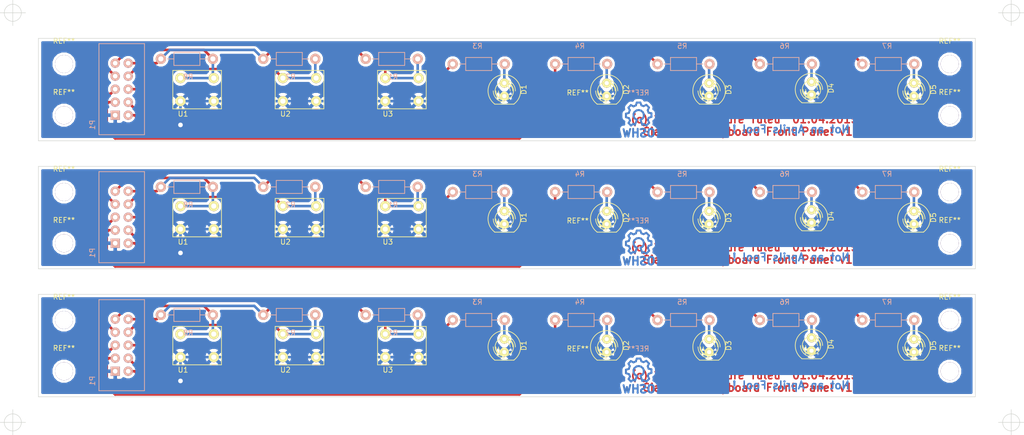
<source format=kicad_pcb>
(kicad_pcb (version 4) (host pcbnew 0.201503311001+5559~22~ubuntu14.04.1-product)
  (layers (0 F.Cu signal) (31 B.Cu signal) (34 B.Paste user) (35 F.Paste user) (36 B.SilkS user) (37 F.SilkS user) (38 B.Mask user) (39 F.Mask user) (44 Edge.Cuts user))
  (net 0 "")
  (net 1 "Net-(D1-Pad1)")
  (net 2 GND)
  (net 3 "Net-(D2-Pad1)")
  (net 4 "Net-(D3-Pad1)")
  (net 5 "Net-(D4-Pad1)")
  (net 6 "Net-(D5-Pad1)")
  (net 7 "Net-(P1-Pad2)")
  (net 8 "Net-(P1-Pad3)")
  (net 9 "Net-(P1-Pad4)")
  (net 10 "Net-(P1-Pad5)")
  (net 11 "Net-(P1-Pad6)")
  (net 12 "Net-(P1-Pad7)")
  (net 13 "Net-(P1-Pad8)")
  (net 14 "Net-(P1-Pad9)")
  (net 15 +5V)
  (module Resistors_ThroughHole:Resistor_Horizontal_RM10mm (layer B.Cu) (at 129 69)
    (fp_text reference R1 (at 0.24892 3.50012) (layer B.SilkS) (effects (justify mirror)))
    (fp_text value 10k)
    (pad 1 thru_hole circle (at -5.08 0) (size 1.99898 1.99898) (drill 1.00076) (layers *.Cu *.SilkS *.Mask) (net 15 +5V))
    (pad 2 thru_hole circle (at 5.08 0) (size 1.99898 1.99898) (drill 1.00076) (layers *.Cu *.SilkS *.Mask) (net 12 "Net-(P1-Pad7)"))
  )
  (module Resistors_ThroughHole:Resistor_Horizontal_RM10mm (layer B.Cu) (at 109 69)
    (fp_text reference R2 (at 0.24892 3.50012) (layer B.SilkS) (effects (justify mirror)))
    (fp_text value 10k)
    (pad 1 thru_hole circle (at -5.08 0) (size 1.99898 1.99898) (drill 1.00076) (layers *.Cu *.SilkS *.Mask) (net 15 +5V))
    (pad 2 thru_hole circle (at 5.08 0) (size 1.99898 1.99898) (drill 1.00076) (layers *.Cu *.SilkS *.Mask) (net 13 "Net-(P1-Pad8)"))
  )
  (module Resistors_ThroughHole:Resistor_Horizontal_RM10mm (layer B.Cu) (at 146 70 180)
    (fp_text reference R3 (at 0.24892 3.50012 180) (layer B.SilkS) (effects (justify mirror)))
    (fp_text value 100)
    (pad 1 thru_hole circle (at -5.08 0 180) (size 1.99898 1.99898) (drill 1.00076) (layers *.Cu *.SilkS *.Mask) (net 1 "Net-(D1-Pad1)"))
    (pad 2 thru_hole circle (at 5.08 0 180) (size 1.99898 1.99898) (drill 1.00076) (layers *.Cu *.SilkS *.Mask) (net 11 "Net-(P1-Pad6)"))
  )
  (module Resistors_ThroughHole:Resistor_Horizontal_RM10mm (layer B.Cu) (at 166 70 180)
    (fp_text reference R4 (at 0.24892 3.50012 180) (layer B.SilkS) (effects (justify mirror)))
    (fp_text value 100)
    (pad 1 thru_hole circle (at -5.08 0 180) (size 1.99898 1.99898) (drill 1.00076) (layers *.Cu *.SilkS *.Mask) (net 3 "Net-(D2-Pad1)"))
    (pad 2 thru_hole circle (at 5.08 0 180) (size 1.99898 1.99898) (drill 1.00076) (layers *.Cu *.SilkS *.Mask) (net 10 "Net-(P1-Pad5)"))
  )
  (module Resistors_ThroughHole:Resistor_Horizontal_RM10mm (layer B.Cu) (at 186 70 180)
    (fp_text reference R5 (at 0.24892 3.50012 180) (layer B.SilkS) (effects (justify mirror)))
    (fp_text value 100)
    (pad 1 thru_hole circle (at -5.08 0 180) (size 1.99898 1.99898) (drill 1.00076) (layers *.Cu *.SilkS *.Mask) (net 4 "Net-(D3-Pad1)"))
    (pad 2 thru_hole circle (at 5.08 0 180) (size 1.99898 1.99898) (drill 1.00076) (layers *.Cu *.SilkS *.Mask) (net 9 "Net-(P1-Pad4)"))
  )
  (module Resistors_ThroughHole:Resistor_Horizontal_RM10mm (layer B.Cu) (at 206 70 180)
    (fp_text reference R6 (at 0.24892 3.50012 180) (layer B.SilkS) (effects (justify mirror)))
    (fp_text value 100)
    (pad 1 thru_hole circle (at -5.08 0 180) (size 1.99898 1.99898) (drill 1.00076) (layers *.Cu *.SilkS *.Mask) (net 5 "Net-(D4-Pad1)"))
    (pad 2 thru_hole circle (at 5.08 0 180) (size 1.99898 1.99898) (drill 1.00076) (layers *.Cu *.SilkS *.Mask) (net 8 "Net-(P1-Pad3)"))
  )
  (module Resistors_ThroughHole:Resistor_Horizontal_RM10mm (layer B.Cu) (at 226 70 180)
    (fp_text reference R7 (at 0.24892 3.50012 180) (layer B.SilkS) (effects (justify mirror)))
    (fp_text value 100)
    (pad 1 thru_hole circle (at -5.08 0 180) (size 1.99898 1.99898) (drill 1.00076) (layers *.Cu *.SilkS *.Mask) (net 6 "Net-(D5-Pad1)"))
    (pad 2 thru_hole circle (at 5.08 0 180) (size 1.99898 1.99898) (drill 1.00076) (layers *.Cu *.SilkS *.Mask) (net 7 "Net-(P1-Pad2)"))
  )
  (module Resistors_ThroughHole:Resistor_Horizontal_RM10mm (layer B.Cu) (at 89 69)
    (fp_text reference R8 (at 0.24892 3.50012) (layer B.SilkS) (effects (justify mirror)))
    (fp_text value 10k)
    (pad 1 thru_hole circle (at -5.08 0) (size 1.99898 1.99898) (drill 1.00076) (layers *.Cu *.SilkS *.Mask) (net 15 +5V))
    (pad 2 thru_hole circle (at 5.08 0) (size 1.99898 1.99898) (drill 1.00076) (layers *.Cu *.SilkS *.Mask) (net 14 "Net-(P1-Pad9)"))
  )
  (module "Giant Midi Keyboard:FSM2JAH" (layer F.Cu) (at 91 75)
    (fp_text reference U1 (at -2.75 4.75) (layer F.SilkS))
    (fp_text value FSM2JAH)
    (pad 1 thru_hole circle (at -3.25 -2.25) (size 2 2) (drill 1) (layers *.Cu *.Mask F.SilkS) (net 14 "Net-(P1-Pad9)"))
    (pad 2 thru_hole circle (at 3.25 -2.25) (size 2 2) (drill 1) (layers *.Cu *.Mask F.SilkS) (net 14 "Net-(P1-Pad9)"))
    (pad 3 thru_hole circle (at -3.25 2.25) (size 2 2) (drill 1) (layers *.Cu *.Mask F.SilkS) (net 2 GND))
    (pad 4 thru_hole circle (at 3.25 2.25) (size 2 2) (drill 1) (layers *.Cu *.Mask F.SilkS) (net 2 GND))
  )
  (module "Giant Midi Keyboard:FSM2JAH" (layer F.Cu) (at 111 75)
    (fp_text reference U2 (at -2.75 4.75) (layer F.SilkS))
    (fp_text value FSM2JAH)
    (pad 1 thru_hole circle (at -3.25 -2.25) (size 2 2) (drill 1) (layers *.Cu *.Mask F.SilkS) (net 13 "Net-(P1-Pad8)"))
    (pad 2 thru_hole circle (at 3.25 -2.25) (size 2 2) (drill 1) (layers *.Cu *.Mask F.SilkS) (net 13 "Net-(P1-Pad8)"))
    (pad 3 thru_hole circle (at -3.25 2.25) (size 2 2) (drill 1) (layers *.Cu *.Mask F.SilkS) (net 2 GND))
    (pad 4 thru_hole circle (at 3.25 2.25) (size 2 2) (drill 1) (layers *.Cu *.Mask F.SilkS) (net 2 GND))
  )
  (module "Giant Midi Keyboard:FSM2JAH" (layer F.Cu) (at 131 75)
    (fp_text reference U3 (at -2.75 4.75) (layer F.SilkS))
    (fp_text value FSM2JAH)
    (pad 1 thru_hole circle (at -3.25 -2.25) (size 2 2) (drill 1) (layers *.Cu *.Mask F.SilkS) (net 12 "Net-(P1-Pad7)"))
    (pad 2 thru_hole circle (at 3.25 -2.25) (size 2 2) (drill 1) (layers *.Cu *.Mask F.SilkS) (net 12 "Net-(P1-Pad7)"))
    (pad 3 thru_hole circle (at -3.25 2.25) (size 2 2) (drill 1) (layers *.Cu *.Mask F.SilkS) (net 2 GND))
    (pad 4 thru_hole circle (at 3.25 2.25) (size 2 2) (drill 1) (layers *.Cu *.Mask F.SilkS) (net 2 GND))
  )
  (module Mounting_Holes:MountingHole_3-5mm (layer F.Cu) (at 238 70)
    (fp_text reference REF** (at 0 -4.50088) (layer F.SilkS))
    (fp_text value MountingHole_3-5mm)
    (pad 1 thru_hole circle (at 0 0) (size 3.50012 3.50012) (drill 3.50012) (layers))
  )
  (module Mounting_Holes:MountingHole_3-5mm (layer F.Cu) (at 238 80)
    (fp_text reference REF** (at 0 -4.50088) (layer F.SilkS))
    (fp_text value MountingHole_3-5mm)
    (pad 1 thru_hole circle (at 0 0) (size 3.50012 3.50012) (drill 3.50012) (layers))
  )
  (module Mounting_Holes:MountingHole_3-5mm (layer F.Cu) (at 65 70)
    (fp_text reference REF** (at 0 -4.50088) (layer F.SilkS))
    (fp_text value MountingHole_3-5mm)
    (pad 1 thru_hole circle (at 0 0) (size 3.50012 3.50012) (drill 3.50012) (layers))
  )
  (module Mounting_Holes:MountingHole_3-5mm (layer F.Cu) (at 65 80)
    (fp_text reference REF** (at 0 -4.50088) (layer F.SilkS))
    (fp_text value MountingHole_3-5mm)
    (pad 1 thru_hole circle (at 0 0) (size 3.50012 3.50012) (drill 3.50012) (layers))
  )
  (module "Giant Midi Keyboard:Header_2x5" (layer B.Cu) (at 76.27 74.92 180)
    (fp_text reference P1 (at 5.715 -6.985 450) (layer B.SilkS) (effects (justify mirror)))
    (fp_text value CONN_01X10)
    (pad 1 thru_hole rect (at 1.27 -5.08 180) (size 1.8 1.8) (drill 0.9) (layers *.Cu *.Mask B.SilkS) (net 2 GND))
    (pad 2 thru_hole circle (at -1.27 -5.08 180) (size 1.8 1.8) (drill 0.9) (layers *.Cu *.Mask B.SilkS) (net 7 "Net-(P1-Pad2)"))
    (pad 3 thru_hole circle (at 1.27 -2.54 180) (size 1.8 1.8) (drill 0.9) (layers *.Cu *.Mask B.SilkS) (net 8 "Net-(P1-Pad3)"))
    (pad 4 thru_hole circle (at -1.27 -2.54 180) (size 1.8 1.8) (drill 0.9) (layers *.Cu *.Mask B.SilkS) (net 9 "Net-(P1-Pad4)"))
    (pad 5 thru_hole circle (at 1.27 0 180) (size 1.8 1.8) (drill 0.9) (layers *.Cu *.Mask B.SilkS) (net 10 "Net-(P1-Pad5)"))
    (pad 6 thru_hole circle (at -1.27 0 180) (size 1.8 1.8) (drill 0.9) (layers *.Cu *.Mask B.SilkS) (net 11 "Net-(P1-Pad6)"))
    (pad 7 thru_hole circle (at 1.27 2.54 180) (size 1.8 1.8) (drill 0.9) (layers *.Cu *.Mask B.SilkS) (net 12 "Net-(P1-Pad7)"))
    (pad 8 thru_hole circle (at -1.27 2.54 180) (size 1.8 1.8) (drill 0.9) (layers *.Cu *.Mask B.SilkS) (net 13 "Net-(P1-Pad8)"))
    (pad 9 thru_hole circle (at 1.27 5.08 180) (size 1.8 1.8) (drill 0.9) (layers *.Cu *.Mask B.SilkS) (net 14 "Net-(P1-Pad9)"))
    (pad 10 thru_hole circle (at -1.27 5.08 180) (size 1.8 1.8) (drill 0.9) (layers *.Cu *.Mask B.SilkS) (net 15 +5V))
  )
  (module Symbols:Symbol_OSHW-Logo_CopperTop (layer F.Cu) (at 165.25 80)
    (fp_text reference REF** (at 0.09906 -4.38912) (layer F.SilkS))
    (fp_text value Symbol_OSHW-Logo_CopperTop)
    (fp_line (start 1.66878 2.68986) (end 2.02946 4.16052) (layer F.Cu) (width 0.381))
    (fp_line (start 2.02946 4.16052) (end 2.30886 3.0988) (layer F.Cu) (width 0.381))
    (fp_line (start 2.30886 3.0988) (end 2.61874 4.17068) (layer F.Cu) (width 0.381))
    (fp_line (start 2.61874 4.17068) (end 2.9591 2.72034) (layer F.Cu) (width 0.381))
    (fp_line (start 0.24892 3.38074) (end 1.03886 3.37058) (layer F.Cu) (width 0.381))
    (fp_line (start 1.03886 3.37058) (end 1.04902 3.38074) (layer F.Cu) (width 0.381))
    (fp_line (start 1.04902 3.38074) (end 1.04902 3.37058) (layer F.Cu) (width 0.381))
    (fp_line (start 1.08966 2.65938) (end 1.08966 4.20116) (layer F.Cu) (width 0.381))
    (fp_line (start 0.20066 2.64922) (end 0.20066 4.21894) (layer F.Cu) (width 0.381))
    (fp_line (start 0.20066 4.21894) (end 0.21082 4.20878) (layer F.Cu) (width 0.381))
    (fp_line (start -0.35052 2.75082) (end -0.70104 2.66954) (layer F.Cu) (width 0.381))
    (fp_line (start -0.70104 2.66954) (end -1.02108 2.65938) (layer F.Cu) (width 0.381))
    (fp_line (start -1.02108 2.65938) (end -1.25984 2.86004) (layer F.Cu) (width 0.381))
    (fp_line (start -1.25984 2.86004) (end -1.29032 3.12928) (layer F.Cu) (width 0.381))
    (fp_line (start -1.29032 3.12928) (end -1.04902 3.37058) (layer F.Cu) (width 0.381))
    (fp_line (start -1.04902 3.37058) (end -0.6604 3.50012) (layer F.Cu) (width 0.381))
    (fp_line (start -0.6604 3.50012) (end -0.48006 3.66014) (layer F.Cu) (width 0.381))
    (fp_line (start -0.48006 3.66014) (end -0.43942 3.95986) (layer F.Cu) (width 0.381))
    (fp_line (start -0.43942 3.95986) (end -0.67056 4.18084) (layer F.Cu) (width 0.381))
    (fp_line (start -0.67056 4.18084) (end -0.9906 4.20878) (layer F.Cu) (width 0.381))
    (fp_line (start -0.9906 4.20878) (end -1.34112 4.09956) (layer F.Cu) (width 0.381))
    (fp_line (start -2.37998 2.64922) (end -2.6289 2.66954) (layer F.Cu) (width 0.381))
    (fp_line (start -2.6289 2.66954) (end -2.8702 2.91084) (layer F.Cu) (width 0.381))
    (fp_line (start -2.8702 2.91084) (end -2.9591 3.40106) (layer F.Cu) (width 0.381))
    (fp_line (start -2.9591 3.40106) (end -2.93116 3.74904) (layer F.Cu) (width 0.381))
    (fp_line (start -2.93116 3.74904) (end -2.7305 4.06908) (layer F.Cu) (width 0.381))
    (fp_line (start -2.7305 4.06908) (end -2.47904 4.191) (layer F.Cu) (width 0.381))
    (fp_line (start -2.47904 4.191) (end -2.16916 4.11988) (layer F.Cu) (width 0.381))
    (fp_line (start -2.16916 4.11988) (end -1.95072 3.93954) (layer F.Cu) (width 0.381))
    (fp_line (start -1.95072 3.93954) (end -1.8796 3.4798) (layer F.Cu) (width 0.381))
    (fp_line (start -1.8796 3.4798) (end -1.9304 3.07086) (layer F.Cu) (width 0.381))
    (fp_line (start -1.9304 3.07086) (end -2.03962 2.78892) (layer F.Cu) (width 0.381))
    (fp_line (start -2.03962 2.78892) (end -2.4003 2.65938) (layer F.Cu) (width 0.381))
    (fp_line (start -1.78054 0.92964) (end -2.03962 1.49098) (layer F.Cu) (width 0.381))
    (fp_line (start -2.03962 1.49098) (end -1.50114 2.00914) (layer F.Cu) (width 0.381))
    (fp_line (start -1.50114 2.00914) (end -0.98044 1.7399) (layer F.Cu) (width 0.381))
    (fp_line (start -0.98044 1.7399) (end -0.70104 1.89992) (layer F.Cu) (width 0.381))
    (fp_line (start 0.73914 1.8796) (end 1.06934 1.6891) (layer F.Cu) (width 0.381))
    (fp_line (start 1.06934 1.6891) (end 1.50876 2.0193) (layer F.Cu) (width 0.381))
    (fp_line (start 1.50876 2.0193) (end 1.9812 1.52908) (layer F.Cu) (width 0.381))
    (fp_line (start 1.9812 1.52908) (end 1.69926 1.04902) (layer F.Cu) (width 0.381))
    (fp_line (start 1.69926 1.04902) (end 1.88976 0.57912) (layer F.Cu) (width 0.381))
    (fp_line (start 1.88976 0.57912) (end 2.49936 0.39116) (layer F.Cu) (width 0.381))
    (fp_line (start 2.49936 0.39116) (end 2.49936 -0.28956) (layer F.Cu) (width 0.381))
    (fp_line (start 2.49936 -0.28956) (end 1.94056 -0.42926) (layer F.Cu) (width 0.381))
    (fp_line (start 1.94056 -0.42926) (end 1.7399 -1.00076) (layer F.Cu) (width 0.381))
    (fp_line (start 1.7399 -1.00076) (end 2.00914 -1.47066) (layer F.Cu) (width 0.381))
    (fp_line (start 2.00914 -1.47066) (end 1.53924 -1.9812) (layer F.Cu) (width 0.381))
    (fp_line (start 1.53924 -1.9812) (end 1.02108 -1.71958) (layer F.Cu) (width 0.381))
    (fp_line (start 1.02108 -1.71958) (end 0.55118 -1.92024) (layer F.Cu) (width 0.381))
    (fp_line (start 0.55118 -1.92024) (end 0.381 -2.46126) (layer F.Cu) (width 0.381))
    (fp_line (start 0.381 -2.46126) (end -0.30988 -2.47904) (layer F.Cu) (width 0.381))
    (fp_line (start -0.30988 -2.47904) (end -0.5207 -1.9304) (layer F.Cu) (width 0.381))
    (fp_line (start -0.5207 -1.9304) (end -0.9398 -1.76022) (layer F.Cu) (width 0.381))
    (fp_line (start -0.9398 -1.76022) (end -1.49098 -2.02946) (layer F.Cu) (width 0.381))
    (fp_line (start -1.49098 -2.02946) (end -2.00914 -1.50114) (layer F.Cu) (width 0.381))
    (fp_line (start -2.00914 -1.50114) (end -1.76022 -0.96012) (layer F.Cu) (width 0.381))
    (fp_line (start -1.76022 -0.96012) (end -1.9304 -0.48006) (layer F.Cu) (width 0.381))
    (fp_line (start -1.9304 -0.48006) (end -2.47904 -0.381) (layer F.Cu) (width 0.381))
    (fp_line (start -2.47904 -0.381) (end -2.4892 0.32004) (layer F.Cu) (width 0.381))
    (fp_line (start -2.4892 0.32004) (end -1.9304 0.5207) (layer F.Cu) (width 0.381))
    (fp_line (start -1.9304 0.5207) (end -1.7907 0.91948) (layer F.Cu) (width 0.381))
    (fp_line (start 0.35052 0.89916) (end 0.65024 0.7493) (layer F.Cu) (width 0.381))
    (fp_line (start 0.65024 0.7493) (end 0.8509 0.55118) (layer F.Cu) (width 0.381))
    (fp_line (start 0.8509 0.55118) (end 1.00076 0.14986) (layer F.Cu) (width 0.381))
    (fp_line (start 1.00076 0.14986) (end 1.00076 -0.24892) (layer F.Cu) (width 0.381))
    (fp_line (start 1.00076 -0.24892) (end 0.8509 -0.59944) (layer F.Cu) (width 0.381))
    (fp_line (start 0.8509 -0.59944) (end 0.39878 -0.94996) (layer F.Cu) (width 0.381))
    (fp_line (start 0.39878 -0.94996) (end -0.0508 -1.00076) (layer F.Cu) (width 0.381))
    (fp_line (start -0.0508 -1.00076) (end -0.44958 -0.89916) (layer F.Cu) (width 0.381))
    (fp_line (start -0.44958 -0.89916) (end -0.8509 -0.55118) (layer F.Cu) (width 0.381))
    (fp_line (start -0.8509 -0.55118) (end -1.00076 -0.09906) (layer F.Cu) (width 0.381))
    (fp_line (start -1.00076 -0.09906) (end -0.94996 0.39878) (layer F.Cu) (width 0.381))
    (fp_line (start -0.94996 0.39878) (end -0.70104 0.70104) (layer F.Cu) (width 0.381))
    (fp_line (start -0.70104 0.70104) (end -0.35052 0.89916) (layer F.Cu) (width 0.381))
    (fp_line (start -0.35052 0.89916) (end -0.70104 1.89992) (layer F.Cu) (width 0.381))
    (fp_line (start 0.35052 0.89916) (end 0.7493 1.89992) (layer F.Cu) (width 0.381))
  )
  (module Symbols:Symbol_OSHW-Logo_CopperTop (layer B.Cu) (at 177.25 80 180)
    (fp_text reference REF** (at 0.09906 4.38912 180) (layer B.SilkS) (effects (justify mirror)))
    (fp_text value Symbol_OSHW-Logo_CopperTop)
    (fp_line (start 1.66878 -2.68986) (end 2.02946 -4.16052) (layer B.Cu) (width 0.381))
    (fp_line (start 2.02946 -4.16052) (end 2.30886 -3.0988) (layer B.Cu) (width 0.381))
    (fp_line (start 2.30886 -3.0988) (end 2.61874 -4.17068) (layer B.Cu) (width 0.381))
    (fp_line (start 2.61874 -4.17068) (end 2.9591 -2.72034) (layer B.Cu) (width 0.381))
    (fp_line (start 0.24892 -3.38074) (end 1.03886 -3.37058) (layer B.Cu) (width 0.381))
    (fp_line (start 1.03886 -3.37058) (end 1.04902 -3.38074) (layer B.Cu) (width 0.381))
    (fp_line (start 1.04902 -3.38074) (end 1.04902 -3.37058) (layer B.Cu) (width 0.381))
    (fp_line (start 1.08966 -2.65938) (end 1.08966 -4.20116) (layer B.Cu) (width 0.381))
    (fp_line (start 0.20066 -2.64922) (end 0.20066 -4.21894) (layer B.Cu) (width 0.381))
    (fp_line (start 0.20066 -4.21894) (end 0.21082 -4.20878) (layer B.Cu) (width 0.381))
    (fp_line (start -0.35052 -2.75082) (end -0.70104 -2.66954) (layer B.Cu) (width 0.381))
    (fp_line (start -0.70104 -2.66954) (end -1.02108 -2.65938) (layer B.Cu) (width 0.381))
    (fp_line (start -1.02108 -2.65938) (end -1.25984 -2.86004) (layer B.Cu) (width 0.381))
    (fp_line (start -1.25984 -2.86004) (end -1.29032 -3.12928) (layer B.Cu) (width 0.381))
    (fp_line (start -1.29032 -3.12928) (end -1.04902 -3.37058) (layer B.Cu) (width 0.381))
    (fp_line (start -1.04902 -3.37058) (end -0.6604 -3.50012) (layer B.Cu) (width 0.381))
    (fp_line (start -0.6604 -3.50012) (end -0.48006 -3.66014) (layer B.Cu) (width 0.381))
    (fp_line (start -0.48006 -3.66014) (end -0.43942 -3.95986) (layer B.Cu) (width 0.381))
    (fp_line (start -0.43942 -3.95986) (end -0.67056 -4.18084) (layer B.Cu) (width 0.381))
    (fp_line (start -0.67056 -4.18084) (end -0.9906 -4.20878) (layer B.Cu) (width 0.381))
    (fp_line (start -0.9906 -4.20878) (end -1.34112 -4.09956) (layer B.Cu) (width 0.381))
    (fp_line (start -2.37998 -2.64922) (end -2.6289 -2.66954) (layer B.Cu) (width 0.381))
    (fp_line (start -2.6289 -2.66954) (end -2.8702 -2.91084) (layer B.Cu) (width 0.381))
    (fp_line (start -2.8702 -2.91084) (end -2.9591 -3.40106) (layer B.Cu) (width 0.381))
    (fp_line (start -2.9591 -3.40106) (end -2.93116 -3.74904) (layer B.Cu) (width 0.381))
    (fp_line (start -2.93116 -3.74904) (end -2.7305 -4.06908) (layer B.Cu) (width 0.381))
    (fp_line (start -2.7305 -4.06908) (end -2.47904 -4.191) (layer B.Cu) (width 0.381))
    (fp_line (start -2.47904 -4.191) (end -2.16916 -4.11988) (layer B.Cu) (width 0.381))
    (fp_line (start -2.16916 -4.11988) (end -1.95072 -3.93954) (layer B.Cu) (width 0.381))
    (fp_line (start -1.95072 -3.93954) (end -1.8796 -3.4798) (layer B.Cu) (width 0.381))
    (fp_line (start -1.8796 -3.4798) (end -1.9304 -3.07086) (layer B.Cu) (width 0.381))
    (fp_line (start -1.9304 -3.07086) (end -2.03962 -2.78892) (layer B.Cu) (width 0.381))
    (fp_line (start -2.03962 -2.78892) (end -2.4003 -2.65938) (layer B.Cu) (width 0.381))
    (fp_line (start -1.78054 -0.92964) (end -2.03962 -1.49098) (layer B.Cu) (width 0.381))
    (fp_line (start -2.03962 -1.49098) (end -1.50114 -2.00914) (layer B.Cu) (width 0.381))
    (fp_line (start -1.50114 -2.00914) (end -0.98044 -1.7399) (layer B.Cu) (width 0.381))
    (fp_line (start -0.98044 -1.7399) (end -0.70104 -1.89992) (layer B.Cu) (width 0.381))
    (fp_line (start 0.73914 -1.8796) (end 1.06934 -1.6891) (layer B.Cu) (width 0.381))
    (fp_line (start 1.06934 -1.6891) (end 1.50876 -2.0193) (layer B.Cu) (width 0.381))
    (fp_line (start 1.50876 -2.0193) (end 1.9812 -1.52908) (layer B.Cu) (width 0.381))
    (fp_line (start 1.9812 -1.52908) (end 1.69926 -1.04902) (layer B.Cu) (width 0.381))
    (fp_line (start 1.69926 -1.04902) (end 1.88976 -0.57912) (layer B.Cu) (width 0.381))
    (fp_line (start 1.88976 -0.57912) (end 2.49936 -0.39116) (layer B.Cu) (width 0.381))
    (fp_line (start 2.49936 -0.39116) (end 2.49936 0.28956) (layer B.Cu) (width 0.381))
    (fp_line (start 2.49936 0.28956) (end 1.94056 0.42926) (layer B.Cu) (width 0.381))
    (fp_line (start 1.94056 0.42926) (end 1.7399 1.00076) (layer B.Cu) (width 0.381))
    (fp_line (start 1.7399 1.00076) (end 2.00914 1.47066) (layer B.Cu) (width 0.381))
    (fp_line (start 2.00914 1.47066) (end 1.53924 1.9812) (layer B.Cu) (width 0.381))
    (fp_line (start 1.53924 1.9812) (end 1.02108 1.71958) (layer B.Cu) (width 0.381))
    (fp_line (start 1.02108 1.71958) (end 0.55118 1.92024) (layer B.Cu) (width 0.381))
    (fp_line (start 0.55118 1.92024) (end 0.381 2.46126) (layer B.Cu) (width 0.381))
    (fp_line (start 0.381 2.46126) (end -0.30988 2.47904) (layer B.Cu) (width 0.381))
    (fp_line (start -0.30988 2.47904) (end -0.5207 1.9304) (layer B.Cu) (width 0.381))
    (fp_line (start -0.5207 1.9304) (end -0.9398 1.76022) (layer B.Cu) (width 0.381))
    (fp_line (start -0.9398 1.76022) (end -1.49098 2.02946) (layer B.Cu) (width 0.381))
    (fp_line (start -1.49098 2.02946) (end -2.00914 1.50114) (layer B.Cu) (width 0.381))
    (fp_line (start -2.00914 1.50114) (end -1.76022 0.96012) (layer B.Cu) (width 0.381))
    (fp_line (start -1.76022 0.96012) (end -1.9304 0.48006) (layer B.Cu) (width 0.381))
    (fp_line (start -1.9304 0.48006) (end -2.47904 0.381) (layer B.Cu) (width 0.381))
    (fp_line (start -2.47904 0.381) (end -2.4892 -0.32004) (layer B.Cu) (width 0.381))
    (fp_line (start -2.4892 -0.32004) (end -1.9304 -0.5207) (layer B.Cu) (width 0.381))
    (fp_line (start -1.9304 -0.5207) (end -1.7907 -0.91948) (layer B.Cu) (width 0.381))
    (fp_line (start 0.35052 -0.89916) (end 0.65024 -0.7493) (layer B.Cu) (width 0.381))
    (fp_line (start 0.65024 -0.7493) (end 0.8509 -0.55118) (layer B.Cu) (width 0.381))
    (fp_line (start 0.8509 -0.55118) (end 1.00076 -0.14986) (layer B.Cu) (width 0.381))
    (fp_line (start 1.00076 -0.14986) (end 1.00076 0.24892) (layer B.Cu) (width 0.381))
    (fp_line (start 1.00076 0.24892) (end 0.8509 0.59944) (layer B.Cu) (width 0.381))
    (fp_line (start 0.8509 0.59944) (end 0.39878 0.94996) (layer B.Cu) (width 0.381))
    (fp_line (start 0.39878 0.94996) (end -0.0508 1.00076) (layer B.Cu) (width 0.381))
    (fp_line (start -0.0508 1.00076) (end -0.44958 0.89916) (layer B.Cu) (width 0.381))
    (fp_line (start -0.44958 0.89916) (end -0.8509 0.55118) (layer B.Cu) (width 0.381))
    (fp_line (start -0.8509 0.55118) (end -1.00076 0.09906) (layer B.Cu) (width 0.381))
    (fp_line (start -1.00076 0.09906) (end -0.94996 -0.39878) (layer B.Cu) (width 0.381))
    (fp_line (start -0.94996 -0.39878) (end -0.70104 -0.70104) (layer B.Cu) (width 0.381))
    (fp_line (start -0.70104 -0.70104) (end -0.35052 -0.89916) (layer B.Cu) (width 0.381))
    (fp_line (start -0.35052 -0.89916) (end -0.70104 -1.89992) (layer B.Cu) (width 0.381))
    (fp_line (start 0.35052 -0.89916) (end 0.7493 -1.89992) (layer B.Cu) (width 0.381))
  )
  (module "Giant Midi Keyboard:LED-5MM" (layer F.Cu) (at 151 75 270)
    (fp_text reference D1 (at 0 -3.81 270) (layer F.SilkS))
    (fp_text value LED)
    (pad 1 thru_hole circle (at -1.27 0 270) (size 1.8 1.8) (drill 0.8128) (layers *.Cu *.Mask F.SilkS) (net 1 "Net-(D1-Pad1)"))
    (pad 2 thru_hole circle (at 1.27 0 270) (size 1.8 1.8) (drill 0.8128) (layers *.Cu *.Mask F.SilkS) (net 2 GND))
  )
  (module "Giant Midi Keyboard:LED-5MM" (layer F.Cu) (at 171 75 270)
    (fp_text reference D2 (at 0 -3.81 270) (layer F.SilkS))
    (fp_text value LED)
    (pad 1 thru_hole circle (at -1.27 0 270) (size 1.8 1.8) (drill 0.8128) (layers *.Cu *.Mask F.SilkS) (net 3 "Net-(D2-Pad1)"))
    (pad 2 thru_hole circle (at 1.27 0 270) (size 1.8 1.8) (drill 0.8128) (layers *.Cu *.Mask F.SilkS) (net 2 GND))
  )
  (module "Giant Midi Keyboard:LED-5MM" (layer F.Cu) (at 191 75 270)
    (fp_text reference D3 (at 0 -3.81 270) (layer F.SilkS))
    (fp_text value LED)
    (pad 1 thru_hole circle (at -1.27 0 270) (size 1.8 1.8) (drill 0.8128) (layers *.Cu *.Mask F.SilkS) (net 4 "Net-(D3-Pad1)"))
    (pad 2 thru_hole circle (at 1.27 0 270) (size 1.8 1.8) (drill 0.8128) (layers *.Cu *.Mask F.SilkS) (net 2 GND))
  )
  (module "Giant Midi Keyboard:LED-5MM" (layer F.Cu) (at 211 74.73 270)
    (fp_text reference D4 (at 0 -3.81 270) (layer F.SilkS))
    (fp_text value LED)
    (pad 1 thru_hole circle (at -1.27 0 270) (size 1.8 1.8) (drill 0.8128) (layers *.Cu *.Mask F.SilkS) (net 5 "Net-(D4-Pad1)"))
    (pad 2 thru_hole circle (at 1.27 0 270) (size 1.8 1.8) (drill 0.8128) (layers *.Cu *.Mask F.SilkS) (net 2 GND))
  )
  (module "Giant Midi Keyboard:LED-5MM" (layer F.Cu) (at 231 75 270)
    (fp_text reference D5 (at 0 -3.81 270) (layer F.SilkS))
    (fp_text value LED)
    (pad 1 thru_hole circle (at -1.27 0 270) (size 1.8 1.8) (drill 0.8128) (layers *.Cu *.Mask F.SilkS) (net 6 "Net-(D5-Pad1)"))
    (pad 2 thru_hole circle (at 1.27 0 270) (size 1.8 1.8) (drill 0.8128) (layers *.Cu *.Mask F.SilkS) (net 2 GND))
  )
  (module Resistors_ThroughHole:Resistor_Horizontal_RM10mm (layer B.Cu) (at 129 94)
    (fp_text reference R1 (at 0.24892 3.50012) (layer B.SilkS) (effects (justify mirror)))
    (fp_text value 10k)
    (pad 1 thru_hole circle (at -5.08 0) (size 1.99898 1.99898) (drill 1.00076) (layers *.Cu *.SilkS *.Mask) (net 15 +5V))
    (pad 2 thru_hole circle (at 5.08 0) (size 1.99898 1.99898) (drill 1.00076) (layers *.Cu *.SilkS *.Mask) (net 12 "Net-(P1-Pad7)"))
  )
  (module Resistors_ThroughHole:Resistor_Horizontal_RM10mm (layer B.Cu) (at 109 94)
    (fp_text reference R2 (at 0.24892 3.50012) (layer B.SilkS) (effects (justify mirror)))
    (fp_text value 10k)
    (pad 1 thru_hole circle (at -5.08 0) (size 1.99898 1.99898) (drill 1.00076) (layers *.Cu *.SilkS *.Mask) (net 15 +5V))
    (pad 2 thru_hole circle (at 5.08 0) (size 1.99898 1.99898) (drill 1.00076) (layers *.Cu *.SilkS *.Mask) (net 13 "Net-(P1-Pad8)"))
  )
  (module Resistors_ThroughHole:Resistor_Horizontal_RM10mm (layer B.Cu) (at 146 95 180)
    (fp_text reference R3 (at 0.24892 3.50012 180) (layer B.SilkS) (effects (justify mirror)))
    (fp_text value 100)
    (pad 1 thru_hole circle (at -5.08 0 180) (size 1.99898 1.99898) (drill 1.00076) (layers *.Cu *.SilkS *.Mask) (net 1 "Net-(D1-Pad1)"))
    (pad 2 thru_hole circle (at 5.08 0 180) (size 1.99898 1.99898) (drill 1.00076) (layers *.Cu *.SilkS *.Mask) (net 11 "Net-(P1-Pad6)"))
  )
  (module Resistors_ThroughHole:Resistor_Horizontal_RM10mm (layer B.Cu) (at 166 95 180)
    (fp_text reference R4 (at 0.24892 3.50012 180) (layer B.SilkS) (effects (justify mirror)))
    (fp_text value 100)
    (pad 1 thru_hole circle (at -5.08 0 180) (size 1.99898 1.99898) (drill 1.00076) (layers *.Cu *.SilkS *.Mask) (net 3 "Net-(D2-Pad1)"))
    (pad 2 thru_hole circle (at 5.08 0 180) (size 1.99898 1.99898) (drill 1.00076) (layers *.Cu *.SilkS *.Mask) (net 10 "Net-(P1-Pad5)"))
  )
  (module Resistors_ThroughHole:Resistor_Horizontal_RM10mm (layer B.Cu) (at 186 95 180)
    (fp_text reference R5 (at 0.24892 3.50012 180) (layer B.SilkS) (effects (justify mirror)))
    (fp_text value 100)
    (pad 1 thru_hole circle (at -5.08 0 180) (size 1.99898 1.99898) (drill 1.00076) (layers *.Cu *.SilkS *.Mask) (net 4 "Net-(D3-Pad1)"))
    (pad 2 thru_hole circle (at 5.08 0 180) (size 1.99898 1.99898) (drill 1.00076) (layers *.Cu *.SilkS *.Mask) (net 9 "Net-(P1-Pad4)"))
  )
  (module Resistors_ThroughHole:Resistor_Horizontal_RM10mm (layer B.Cu) (at 206 95 180)
    (fp_text reference R6 (at 0.24892 3.50012 180) (layer B.SilkS) (effects (justify mirror)))
    (fp_text value 100)
    (pad 1 thru_hole circle (at -5.08 0 180) (size 1.99898 1.99898) (drill 1.00076) (layers *.Cu *.SilkS *.Mask) (net 5 "Net-(D4-Pad1)"))
    (pad 2 thru_hole circle (at 5.08 0 180) (size 1.99898 1.99898) (drill 1.00076) (layers *.Cu *.SilkS *.Mask) (net 8 "Net-(P1-Pad3)"))
  )
  (module Resistors_ThroughHole:Resistor_Horizontal_RM10mm (layer B.Cu) (at 226 95 180)
    (fp_text reference R7 (at 0.24892 3.50012 180) (layer B.SilkS) (effects (justify mirror)))
    (fp_text value 100)
    (pad 1 thru_hole circle (at -5.08 0 180) (size 1.99898 1.99898) (drill 1.00076) (layers *.Cu *.SilkS *.Mask) (net 6 "Net-(D5-Pad1)"))
    (pad 2 thru_hole circle (at 5.08 0 180) (size 1.99898 1.99898) (drill 1.00076) (layers *.Cu *.SilkS *.Mask) (net 7 "Net-(P1-Pad2)"))
  )
  (module Resistors_ThroughHole:Resistor_Horizontal_RM10mm (layer B.Cu) (at 89 94)
    (fp_text reference R8 (at 0.24892 3.50012) (layer B.SilkS) (effects (justify mirror)))
    (fp_text value 10k)
    (pad 1 thru_hole circle (at -5.08 0) (size 1.99898 1.99898) (drill 1.00076) (layers *.Cu *.SilkS *.Mask) (net 15 +5V))
    (pad 2 thru_hole circle (at 5.08 0) (size 1.99898 1.99898) (drill 1.00076) (layers *.Cu *.SilkS *.Mask) (net 14 "Net-(P1-Pad9)"))
  )
  (module "Giant Midi Keyboard:FSM2JAH" (layer F.Cu) (at 91 100)
    (fp_text reference U1 (at -2.75 4.75) (layer F.SilkS))
    (fp_text value FSM2JAH)
    (pad 1 thru_hole circle (at -3.25 -2.25) (size 2 2) (drill 1) (layers *.Cu *.Mask F.SilkS) (net 14 "Net-(P1-Pad9)"))
    (pad 2 thru_hole circle (at 3.25 -2.25) (size 2 2) (drill 1) (layers *.Cu *.Mask F.SilkS) (net 14 "Net-(P1-Pad9)"))
    (pad 3 thru_hole circle (at -3.25 2.25) (size 2 2) (drill 1) (layers *.Cu *.Mask F.SilkS) (net 2 GND))
    (pad 4 thru_hole circle (at 3.25 2.25) (size 2 2) (drill 1) (layers *.Cu *.Mask F.SilkS) (net 2 GND))
  )
  (module "Giant Midi Keyboard:FSM2JAH" (layer F.Cu) (at 111 100)
    (fp_text reference U2 (at -2.75 4.75) (layer F.SilkS))
    (fp_text value FSM2JAH)
    (pad 1 thru_hole circle (at -3.25 -2.25) (size 2 2) (drill 1) (layers *.Cu *.Mask F.SilkS) (net 13 "Net-(P1-Pad8)"))
    (pad 2 thru_hole circle (at 3.25 -2.25) (size 2 2) (drill 1) (layers *.Cu *.Mask F.SilkS) (net 13 "Net-(P1-Pad8)"))
    (pad 3 thru_hole circle (at -3.25 2.25) (size 2 2) (drill 1) (layers *.Cu *.Mask F.SilkS) (net 2 GND))
    (pad 4 thru_hole circle (at 3.25 2.25) (size 2 2) (drill 1) (layers *.Cu *.Mask F.SilkS) (net 2 GND))
  )
  (module "Giant Midi Keyboard:FSM2JAH" (layer F.Cu) (at 131 100)
    (fp_text reference U3 (at -2.75 4.75) (layer F.SilkS))
    (fp_text value FSM2JAH)
    (pad 1 thru_hole circle (at -3.25 -2.25) (size 2 2) (drill 1) (layers *.Cu *.Mask F.SilkS) (net 12 "Net-(P1-Pad7)"))
    (pad 2 thru_hole circle (at 3.25 -2.25) (size 2 2) (drill 1) (layers *.Cu *.Mask F.SilkS) (net 12 "Net-(P1-Pad7)"))
    (pad 3 thru_hole circle (at -3.25 2.25) (size 2 2) (drill 1) (layers *.Cu *.Mask F.SilkS) (net 2 GND))
    (pad 4 thru_hole circle (at 3.25 2.25) (size 2 2) (drill 1) (layers *.Cu *.Mask F.SilkS) (net 2 GND))
  )
  (module Mounting_Holes:MountingHole_3-5mm (layer F.Cu) (at 238 95)
    (fp_text reference REF** (at 0 -4.50088) (layer F.SilkS))
    (fp_text value MountingHole_3-5mm)
    (pad 1 thru_hole circle (at 0 0) (size 3.50012 3.50012) (drill 3.50012) (layers))
  )
  (module Mounting_Holes:MountingHole_3-5mm (layer F.Cu) (at 238 105)
    (fp_text reference REF** (at 0 -4.50088) (layer F.SilkS))
    (fp_text value MountingHole_3-5mm)
    (pad 1 thru_hole circle (at 0 0) (size 3.50012 3.50012) (drill 3.50012) (layers))
  )
  (module Mounting_Holes:MountingHole_3-5mm (layer F.Cu) (at 65 95)
    (fp_text reference REF** (at 0 -4.50088) (layer F.SilkS))
    (fp_text value MountingHole_3-5mm)
    (pad 1 thru_hole circle (at 0 0) (size 3.50012 3.50012) (drill 3.50012) (layers))
  )
  (module Mounting_Holes:MountingHole_3-5mm (layer F.Cu) (at 65 105)
    (fp_text reference REF** (at 0 -4.50088) (layer F.SilkS))
    (fp_text value MountingHole_3-5mm)
    (pad 1 thru_hole circle (at 0 0) (size 3.50012 3.50012) (drill 3.50012) (layers))
  )
  (module "Giant Midi Keyboard:Header_2x5" (layer B.Cu) (at 76.27 99.92 180)
    (fp_text reference P1 (at 5.715 -6.985 450) (layer B.SilkS) (effects (justify mirror)))
    (fp_text value CONN_01X10)
    (pad 1 thru_hole rect (at 1.27 -5.08 180) (size 1.8 1.8) (drill 0.9) (layers *.Cu *.Mask B.SilkS) (net 2 GND))
    (pad 2 thru_hole circle (at -1.27 -5.08 180) (size 1.8 1.8) (drill 0.9) (layers *.Cu *.Mask B.SilkS) (net 7 "Net-(P1-Pad2)"))
    (pad 3 thru_hole circle (at 1.27 -2.54 180) (size 1.8 1.8) (drill 0.9) (layers *.Cu *.Mask B.SilkS) (net 8 "Net-(P1-Pad3)"))
    (pad 4 thru_hole circle (at -1.27 -2.54 180) (size 1.8 1.8) (drill 0.9) (layers *.Cu *.Mask B.SilkS) (net 9 "Net-(P1-Pad4)"))
    (pad 5 thru_hole circle (at 1.27 0 180) (size 1.8 1.8) (drill 0.9) (layers *.Cu *.Mask B.SilkS) (net 10 "Net-(P1-Pad5)"))
    (pad 6 thru_hole circle (at -1.27 0 180) (size 1.8 1.8) (drill 0.9) (layers *.Cu *.Mask B.SilkS) (net 11 "Net-(P1-Pad6)"))
    (pad 7 thru_hole circle (at 1.27 2.54 180) (size 1.8 1.8) (drill 0.9) (layers *.Cu *.Mask B.SilkS) (net 12 "Net-(P1-Pad7)"))
    (pad 8 thru_hole circle (at -1.27 2.54 180) (size 1.8 1.8) (drill 0.9) (layers *.Cu *.Mask B.SilkS) (net 13 "Net-(P1-Pad8)"))
    (pad 9 thru_hole circle (at 1.27 5.08 180) (size 1.8 1.8) (drill 0.9) (layers *.Cu *.Mask B.SilkS) (net 14 "Net-(P1-Pad9)"))
    (pad 10 thru_hole circle (at -1.27 5.08 180) (size 1.8 1.8) (drill 0.9) (layers *.Cu *.Mask B.SilkS) (net 15 +5V))
  )
  (module Symbols:Symbol_OSHW-Logo_CopperTop (layer F.Cu) (at 165.25 105)
    (fp_text reference REF** (at 0.09906 -4.38912) (layer F.SilkS))
    (fp_text value Symbol_OSHW-Logo_CopperTop)
    (fp_line (start 1.66878 2.68986) (end 2.02946 4.16052) (layer F.Cu) (width 0.381))
    (fp_line (start 2.02946 4.16052) (end 2.30886 3.0988) (layer F.Cu) (width 0.381))
    (fp_line (start 2.30886 3.0988) (end 2.61874 4.17068) (layer F.Cu) (width 0.381))
    (fp_line (start 2.61874 4.17068) (end 2.9591 2.72034) (layer F.Cu) (width 0.381))
    (fp_line (start 0.24892 3.38074) (end 1.03886 3.37058) (layer F.Cu) (width 0.381))
    (fp_line (start 1.03886 3.37058) (end 1.04902 3.38074) (layer F.Cu) (width 0.381))
    (fp_line (start 1.04902 3.38074) (end 1.04902 3.37058) (layer F.Cu) (width 0.381))
    (fp_line (start 1.08966 2.65938) (end 1.08966 4.20116) (layer F.Cu) (width 0.381))
    (fp_line (start 0.20066 2.64922) (end 0.20066 4.21894) (layer F.Cu) (width 0.381))
    (fp_line (start 0.20066 4.21894) (end 0.21082 4.20878) (layer F.Cu) (width 0.381))
    (fp_line (start -0.35052 2.75082) (end -0.70104 2.66954) (layer F.Cu) (width 0.381))
    (fp_line (start -0.70104 2.66954) (end -1.02108 2.65938) (layer F.Cu) (width 0.381))
    (fp_line (start -1.02108 2.65938) (end -1.25984 2.86004) (layer F.Cu) (width 0.381))
    (fp_line (start -1.25984 2.86004) (end -1.29032 3.12928) (layer F.Cu) (width 0.381))
    (fp_line (start -1.29032 3.12928) (end -1.04902 3.37058) (layer F.Cu) (width 0.381))
    (fp_line (start -1.04902 3.37058) (end -0.6604 3.50012) (layer F.Cu) (width 0.381))
    (fp_line (start -0.6604 3.50012) (end -0.48006 3.66014) (layer F.Cu) (width 0.381))
    (fp_line (start -0.48006 3.66014) (end -0.43942 3.95986) (layer F.Cu) (width 0.381))
    (fp_line (start -0.43942 3.95986) (end -0.67056 4.18084) (layer F.Cu) (width 0.381))
    (fp_line (start -0.67056 4.18084) (end -0.9906 4.20878) (layer F.Cu) (width 0.381))
    (fp_line (start -0.9906 4.20878) (end -1.34112 4.09956) (layer F.Cu) (width 0.381))
    (fp_line (start -2.37998 2.64922) (end -2.6289 2.66954) (layer F.Cu) (width 0.381))
    (fp_line (start -2.6289 2.66954) (end -2.8702 2.91084) (layer F.Cu) (width 0.381))
    (fp_line (start -2.8702 2.91084) (end -2.9591 3.40106) (layer F.Cu) (width 0.381))
    (fp_line (start -2.9591 3.40106) (end -2.93116 3.74904) (layer F.Cu) (width 0.381))
    (fp_line (start -2.93116 3.74904) (end -2.7305 4.06908) (layer F.Cu) (width 0.381))
    (fp_line (start -2.7305 4.06908) (end -2.47904 4.191) (layer F.Cu) (width 0.381))
    (fp_line (start -2.47904 4.191) (end -2.16916 4.11988) (layer F.Cu) (width 0.381))
    (fp_line (start -2.16916 4.11988) (end -1.95072 3.93954) (layer F.Cu) (width 0.381))
    (fp_line (start -1.95072 3.93954) (end -1.8796 3.4798) (layer F.Cu) (width 0.381))
    (fp_line (start -1.8796 3.4798) (end -1.9304 3.07086) (layer F.Cu) (width 0.381))
    (fp_line (start -1.9304 3.07086) (end -2.03962 2.78892) (layer F.Cu) (width 0.381))
    (fp_line (start -2.03962 2.78892) (end -2.4003 2.65938) (layer F.Cu) (width 0.381))
    (fp_line (start -1.78054 0.92964) (end -2.03962 1.49098) (layer F.Cu) (width 0.381))
    (fp_line (start -2.03962 1.49098) (end -1.50114 2.00914) (layer F.Cu) (width 0.381))
    (fp_line (start -1.50114 2.00914) (end -0.98044 1.7399) (layer F.Cu) (width 0.381))
    (fp_line (start -0.98044 1.7399) (end -0.70104 1.89992) (layer F.Cu) (width 0.381))
    (fp_line (start 0.73914 1.8796) (end 1.06934 1.6891) (layer F.Cu) (width 0.381))
    (fp_line (start 1.06934 1.6891) (end 1.50876 2.0193) (layer F.Cu) (width 0.381))
    (fp_line (start 1.50876 2.0193) (end 1.9812 1.52908) (layer F.Cu) (width 0.381))
    (fp_line (start 1.9812 1.52908) (end 1.69926 1.04902) (layer F.Cu) (width 0.381))
    (fp_line (start 1.69926 1.04902) (end 1.88976 0.57912) (layer F.Cu) (width 0.381))
    (fp_line (start 1.88976 0.57912) (end 2.49936 0.39116) (layer F.Cu) (width 0.381))
    (fp_line (start 2.49936 0.39116) (end 2.49936 -0.28956) (layer F.Cu) (width 0.381))
    (fp_line (start 2.49936 -0.28956) (end 1.94056 -0.42926) (layer F.Cu) (width 0.381))
    (fp_line (start 1.94056 -0.42926) (end 1.7399 -1.00076) (layer F.Cu) (width 0.381))
    (fp_line (start 1.7399 -1.00076) (end 2.00914 -1.47066) (layer F.Cu) (width 0.381))
    (fp_line (start 2.00914 -1.47066) (end 1.53924 -1.9812) (layer F.Cu) (width 0.381))
    (fp_line (start 1.53924 -1.9812) (end 1.02108 -1.71958) (layer F.Cu) (width 0.381))
    (fp_line (start 1.02108 -1.71958) (end 0.55118 -1.92024) (layer F.Cu) (width 0.381))
    (fp_line (start 0.55118 -1.92024) (end 0.381 -2.46126) (layer F.Cu) (width 0.381))
    (fp_line (start 0.381 -2.46126) (end -0.30988 -2.47904) (layer F.Cu) (width 0.381))
    (fp_line (start -0.30988 -2.47904) (end -0.5207 -1.9304) (layer F.Cu) (width 0.381))
    (fp_line (start -0.5207 -1.9304) (end -0.9398 -1.76022) (layer F.Cu) (width 0.381))
    (fp_line (start -0.9398 -1.76022) (end -1.49098 -2.02946) (layer F.Cu) (width 0.381))
    (fp_line (start -1.49098 -2.02946) (end -2.00914 -1.50114) (layer F.Cu) (width 0.381))
    (fp_line (start -2.00914 -1.50114) (end -1.76022 -0.96012) (layer F.Cu) (width 0.381))
    (fp_line (start -1.76022 -0.96012) (end -1.9304 -0.48006) (layer F.Cu) (width 0.381))
    (fp_line (start -1.9304 -0.48006) (end -2.47904 -0.381) (layer F.Cu) (width 0.381))
    (fp_line (start -2.47904 -0.381) (end -2.4892 0.32004) (layer F.Cu) (width 0.381))
    (fp_line (start -2.4892 0.32004) (end -1.9304 0.5207) (layer F.Cu) (width 0.381))
    (fp_line (start -1.9304 0.5207) (end -1.7907 0.91948) (layer F.Cu) (width 0.381))
    (fp_line (start 0.35052 0.89916) (end 0.65024 0.7493) (layer F.Cu) (width 0.381))
    (fp_line (start 0.65024 0.7493) (end 0.8509 0.55118) (layer F.Cu) (width 0.381))
    (fp_line (start 0.8509 0.55118) (end 1.00076 0.14986) (layer F.Cu) (width 0.381))
    (fp_line (start 1.00076 0.14986) (end 1.00076 -0.24892) (layer F.Cu) (width 0.381))
    (fp_line (start 1.00076 -0.24892) (end 0.8509 -0.59944) (layer F.Cu) (width 0.381))
    (fp_line (start 0.8509 -0.59944) (end 0.39878 -0.94996) (layer F.Cu) (width 0.381))
    (fp_line (start 0.39878 -0.94996) (end -0.0508 -1.00076) (layer F.Cu) (width 0.381))
    (fp_line (start -0.0508 -1.00076) (end -0.44958 -0.89916) (layer F.Cu) (width 0.381))
    (fp_line (start -0.44958 -0.89916) (end -0.8509 -0.55118) (layer F.Cu) (width 0.381))
    (fp_line (start -0.8509 -0.55118) (end -1.00076 -0.09906) (layer F.Cu) (width 0.381))
    (fp_line (start -1.00076 -0.09906) (end -0.94996 0.39878) (layer F.Cu) (width 0.381))
    (fp_line (start -0.94996 0.39878) (end -0.70104 0.70104) (layer F.Cu) (width 0.381))
    (fp_line (start -0.70104 0.70104) (end -0.35052 0.89916) (layer F.Cu) (width 0.381))
    (fp_line (start -0.35052 0.89916) (end -0.70104 1.89992) (layer F.Cu) (width 0.381))
    (fp_line (start 0.35052 0.89916) (end 0.7493 1.89992) (layer F.Cu) (width 0.381))
  )
  (module Symbols:Symbol_OSHW-Logo_CopperTop (layer B.Cu) (at 177.25 105 180)
    (fp_text reference REF** (at 0.09906 4.38912 180) (layer B.SilkS) (effects (justify mirror)))
    (fp_text value Symbol_OSHW-Logo_CopperTop)
    (fp_line (start 1.66878 -2.68986) (end 2.02946 -4.16052) (layer B.Cu) (width 0.381))
    (fp_line (start 2.02946 -4.16052) (end 2.30886 -3.0988) (layer B.Cu) (width 0.381))
    (fp_line (start 2.30886 -3.0988) (end 2.61874 -4.17068) (layer B.Cu) (width 0.381))
    (fp_line (start 2.61874 -4.17068) (end 2.9591 -2.72034) (layer B.Cu) (width 0.381))
    (fp_line (start 0.24892 -3.38074) (end 1.03886 -3.37058) (layer B.Cu) (width 0.381))
    (fp_line (start 1.03886 -3.37058) (end 1.04902 -3.38074) (layer B.Cu) (width 0.381))
    (fp_line (start 1.04902 -3.38074) (end 1.04902 -3.37058) (layer B.Cu) (width 0.381))
    (fp_line (start 1.08966 -2.65938) (end 1.08966 -4.20116) (layer B.Cu) (width 0.381))
    (fp_line (start 0.20066 -2.64922) (end 0.20066 -4.21894) (layer B.Cu) (width 0.381))
    (fp_line (start 0.20066 -4.21894) (end 0.21082 -4.20878) (layer B.Cu) (width 0.381))
    (fp_line (start -0.35052 -2.75082) (end -0.70104 -2.66954) (layer B.Cu) (width 0.381))
    (fp_line (start -0.70104 -2.66954) (end -1.02108 -2.65938) (layer B.Cu) (width 0.381))
    (fp_line (start -1.02108 -2.65938) (end -1.25984 -2.86004) (layer B.Cu) (width 0.381))
    (fp_line (start -1.25984 -2.86004) (end -1.29032 -3.12928) (layer B.Cu) (width 0.381))
    (fp_line (start -1.29032 -3.12928) (end -1.04902 -3.37058) (layer B.Cu) (width 0.381))
    (fp_line (start -1.04902 -3.37058) (end -0.6604 -3.50012) (layer B.Cu) (width 0.381))
    (fp_line (start -0.6604 -3.50012) (end -0.48006 -3.66014) (layer B.Cu) (width 0.381))
    (fp_line (start -0.48006 -3.66014) (end -0.43942 -3.95986) (layer B.Cu) (width 0.381))
    (fp_line (start -0.43942 -3.95986) (end -0.67056 -4.18084) (layer B.Cu) (width 0.381))
    (fp_line (start -0.67056 -4.18084) (end -0.9906 -4.20878) (layer B.Cu) (width 0.381))
    (fp_line (start -0.9906 -4.20878) (end -1.34112 -4.09956) (layer B.Cu) (width 0.381))
    (fp_line (start -2.37998 -2.64922) (end -2.6289 -2.66954) (layer B.Cu) (width 0.381))
    (fp_line (start -2.6289 -2.66954) (end -2.8702 -2.91084) (layer B.Cu) (width 0.381))
    (fp_line (start -2.8702 -2.91084) (end -2.9591 -3.40106) (layer B.Cu) (width 0.381))
    (fp_line (start -2.9591 -3.40106) (end -2.93116 -3.74904) (layer B.Cu) (width 0.381))
    (fp_line (start -2.93116 -3.74904) (end -2.7305 -4.06908) (layer B.Cu) (width 0.381))
    (fp_line (start -2.7305 -4.06908) (end -2.47904 -4.191) (layer B.Cu) (width 0.381))
    (fp_line (start -2.47904 -4.191) (end -2.16916 -4.11988) (layer B.Cu) (width 0.381))
    (fp_line (start -2.16916 -4.11988) (end -1.95072 -3.93954) (layer B.Cu) (width 0.381))
    (fp_line (start -1.95072 -3.93954) (end -1.8796 -3.4798) (layer B.Cu) (width 0.381))
    (fp_line (start -1.8796 -3.4798) (end -1.9304 -3.07086) (layer B.Cu) (width 0.381))
    (fp_line (start -1.9304 -3.07086) (end -2.03962 -2.78892) (layer B.Cu) (width 0.381))
    (fp_line (start -2.03962 -2.78892) (end -2.4003 -2.65938) (layer B.Cu) (width 0.381))
    (fp_line (start -1.78054 -0.92964) (end -2.03962 -1.49098) (layer B.Cu) (width 0.381))
    (fp_line (start -2.03962 -1.49098) (end -1.50114 -2.00914) (layer B.Cu) (width 0.381))
    (fp_line (start -1.50114 -2.00914) (end -0.98044 -1.7399) (layer B.Cu) (width 0.381))
    (fp_line (start -0.98044 -1.7399) (end -0.70104 -1.89992) (layer B.Cu) (width 0.381))
    (fp_line (start 0.73914 -1.8796) (end 1.06934 -1.6891) (layer B.Cu) (width 0.381))
    (fp_line (start 1.06934 -1.6891) (end 1.50876 -2.0193) (layer B.Cu) (width 0.381))
    (fp_line (start 1.50876 -2.0193) (end 1.9812 -1.52908) (layer B.Cu) (width 0.381))
    (fp_line (start 1.9812 -1.52908) (end 1.69926 -1.04902) (layer B.Cu) (width 0.381))
    (fp_line (start 1.69926 -1.04902) (end 1.88976 -0.57912) (layer B.Cu) (width 0.381))
    (fp_line (start 1.88976 -0.57912) (end 2.49936 -0.39116) (layer B.Cu) (width 0.381))
    (fp_line (start 2.49936 -0.39116) (end 2.49936 0.28956) (layer B.Cu) (width 0.381))
    (fp_line (start 2.49936 0.28956) (end 1.94056 0.42926) (layer B.Cu) (width 0.381))
    (fp_line (start 1.94056 0.42926) (end 1.7399 1.00076) (layer B.Cu) (width 0.381))
    (fp_line (start 1.7399 1.00076) (end 2.00914 1.47066) (layer B.Cu) (width 0.381))
    (fp_line (start 2.00914 1.47066) (end 1.53924 1.9812) (layer B.Cu) (width 0.381))
    (fp_line (start 1.53924 1.9812) (end 1.02108 1.71958) (layer B.Cu) (width 0.381))
    (fp_line (start 1.02108 1.71958) (end 0.55118 1.92024) (layer B.Cu) (width 0.381))
    (fp_line (start 0.55118 1.92024) (end 0.381 2.46126) (layer B.Cu) (width 0.381))
    (fp_line (start 0.381 2.46126) (end -0.30988 2.47904) (layer B.Cu) (width 0.381))
    (fp_line (start -0.30988 2.47904) (end -0.5207 1.9304) (layer B.Cu) (width 0.381))
    (fp_line (start -0.5207 1.9304) (end -0.9398 1.76022) (layer B.Cu) (width 0.381))
    (fp_line (start -0.9398 1.76022) (end -1.49098 2.02946) (layer B.Cu) (width 0.381))
    (fp_line (start -1.49098 2.02946) (end -2.00914 1.50114) (layer B.Cu) (width 0.381))
    (fp_line (start -2.00914 1.50114) (end -1.76022 0.96012) (layer B.Cu) (width 0.381))
    (fp_line (start -1.76022 0.96012) (end -1.9304 0.48006) (layer B.Cu) (width 0.381))
    (fp_line (start -1.9304 0.48006) (end -2.47904 0.381) (layer B.Cu) (width 0.381))
    (fp_line (start -2.47904 0.381) (end -2.4892 -0.32004) (layer B.Cu) (width 0.381))
    (fp_line (start -2.4892 -0.32004) (end -1.9304 -0.5207) (layer B.Cu) (width 0.381))
    (fp_line (start -1.9304 -0.5207) (end -1.7907 -0.91948) (layer B.Cu) (width 0.381))
    (fp_line (start 0.35052 -0.89916) (end 0.65024 -0.7493) (layer B.Cu) (width 0.381))
    (fp_line (start 0.65024 -0.7493) (end 0.8509 -0.55118) (layer B.Cu) (width 0.381))
    (fp_line (start 0.8509 -0.55118) (end 1.00076 -0.14986) (layer B.Cu) (width 0.381))
    (fp_line (start 1.00076 -0.14986) (end 1.00076 0.24892) (layer B.Cu) (width 0.381))
    (fp_line (start 1.00076 0.24892) (end 0.8509 0.59944) (layer B.Cu) (width 0.381))
    (fp_line (start 0.8509 0.59944) (end 0.39878 0.94996) (layer B.Cu) (width 0.381))
    (fp_line (start 0.39878 0.94996) (end -0.0508 1.00076) (layer B.Cu) (width 0.381))
    (fp_line (start -0.0508 1.00076) (end -0.44958 0.89916) (layer B.Cu) (width 0.381))
    (fp_line (start -0.44958 0.89916) (end -0.8509 0.55118) (layer B.Cu) (width 0.381))
    (fp_line (start -0.8509 0.55118) (end -1.00076 0.09906) (layer B.Cu) (width 0.381))
    (fp_line (start -1.00076 0.09906) (end -0.94996 -0.39878) (layer B.Cu) (width 0.381))
    (fp_line (start -0.94996 -0.39878) (end -0.70104 -0.70104) (layer B.Cu) (width 0.381))
    (fp_line (start -0.70104 -0.70104) (end -0.35052 -0.89916) (layer B.Cu) (width 0.381))
    (fp_line (start -0.35052 -0.89916) (end -0.70104 -1.89992) (layer B.Cu) (width 0.381))
    (fp_line (start 0.35052 -0.89916) (end 0.7493 -1.89992) (layer B.Cu) (width 0.381))
  )
  (module "Giant Midi Keyboard:LED-5MM" (layer F.Cu) (at 151 100 270)
    (fp_text reference D1 (at 0 -3.81 270) (layer F.SilkS))
    (fp_text value LED)
    (pad 1 thru_hole circle (at -1.27 0 270) (size 1.8 1.8) (drill 0.8128) (layers *.Cu *.Mask F.SilkS) (net 1 "Net-(D1-Pad1)"))
    (pad 2 thru_hole circle (at 1.27 0 270) (size 1.8 1.8) (drill 0.8128) (layers *.Cu *.Mask F.SilkS) (net 2 GND))
  )
  (module "Giant Midi Keyboard:LED-5MM" (layer F.Cu) (at 171 100 270)
    (fp_text reference D2 (at 0 -3.81 270) (layer F.SilkS))
    (fp_text value LED)
    (pad 1 thru_hole circle (at -1.27 0 270) (size 1.8 1.8) (drill 0.8128) (layers *.Cu *.Mask F.SilkS) (net 3 "Net-(D2-Pad1)"))
    (pad 2 thru_hole circle (at 1.27 0 270) (size 1.8 1.8) (drill 0.8128) (layers *.Cu *.Mask F.SilkS) (net 2 GND))
  )
  (module "Giant Midi Keyboard:LED-5MM" (layer F.Cu) (at 191 100 270)
    (fp_text reference D3 (at 0 -3.81 270) (layer F.SilkS))
    (fp_text value LED)
    (pad 1 thru_hole circle (at -1.27 0 270) (size 1.8 1.8) (drill 0.8128) (layers *.Cu *.Mask F.SilkS) (net 4 "Net-(D3-Pad1)"))
    (pad 2 thru_hole circle (at 1.27 0 270) (size 1.8 1.8) (drill 0.8128) (layers *.Cu *.Mask F.SilkS) (net 2 GND))
  )
  (module "Giant Midi Keyboard:LED-5MM" (layer F.Cu) (at 211 99.73 270)
    (fp_text reference D4 (at 0 -3.81 270) (layer F.SilkS))
    (fp_text value LED)
    (pad 1 thru_hole circle (at -1.27 0 270) (size 1.8 1.8) (drill 0.8128) (layers *.Cu *.Mask F.SilkS) (net 5 "Net-(D4-Pad1)"))
    (pad 2 thru_hole circle (at 1.27 0 270) (size 1.8 1.8) (drill 0.8128) (layers *.Cu *.Mask F.SilkS) (net 2 GND))
  )
  (module "Giant Midi Keyboard:LED-5MM" (layer F.Cu) (at 231 100 270)
    (fp_text reference D5 (at 0 -3.81 270) (layer F.SilkS))
    (fp_text value LED)
    (pad 1 thru_hole circle (at -1.27 0 270) (size 1.8 1.8) (drill 0.8128) (layers *.Cu *.Mask F.SilkS) (net 6 "Net-(D5-Pad1)"))
    (pad 2 thru_hole circle (at 1.27 0 270) (size 1.8 1.8) (drill 0.8128) (layers *.Cu *.Mask F.SilkS) (net 2 GND))
  )
  (module Resistors_ThroughHole:Resistor_Horizontal_RM10mm (layer B.Cu) (at 129 119)
    (fp_text reference R1 (at 0.24892 3.50012) (layer B.SilkS) (effects (justify mirror)))
    (fp_text value 10k)
    (pad 1 thru_hole circle (at -5.08 0) (size 1.99898 1.99898) (drill 1.00076) (layers *.Cu *.SilkS *.Mask) (net 15 +5V))
    (pad 2 thru_hole circle (at 5.08 0) (size 1.99898 1.99898) (drill 1.00076) (layers *.Cu *.SilkS *.Mask) (net 12 "Net-(P1-Pad7)"))
  )
  (module Resistors_ThroughHole:Resistor_Horizontal_RM10mm (layer B.Cu) (at 109 119)
    (fp_text reference R2 (at 0.24892 3.50012) (layer B.SilkS) (effects (justify mirror)))
    (fp_text value 10k)
    (pad 1 thru_hole circle (at -5.08 0) (size 1.99898 1.99898) (drill 1.00076) (layers *.Cu *.SilkS *.Mask) (net 15 +5V))
    (pad 2 thru_hole circle (at 5.08 0) (size 1.99898 1.99898) (drill 1.00076) (layers *.Cu *.SilkS *.Mask) (net 13 "Net-(P1-Pad8)"))
  )
  (module Resistors_ThroughHole:Resistor_Horizontal_RM10mm (layer B.Cu) (at 146 120 180)
    (fp_text reference R3 (at 0.24892 3.50012 180) (layer B.SilkS) (effects (justify mirror)))
    (fp_text value 100)
    (pad 1 thru_hole circle (at -5.08 0 180) (size 1.99898 1.99898) (drill 1.00076) (layers *.Cu *.SilkS *.Mask) (net 1 "Net-(D1-Pad1)"))
    (pad 2 thru_hole circle (at 5.08 0 180) (size 1.99898 1.99898) (drill 1.00076) (layers *.Cu *.SilkS *.Mask) (net 11 "Net-(P1-Pad6)"))
  )
  (module Resistors_ThroughHole:Resistor_Horizontal_RM10mm (layer B.Cu) (at 166 120 180)
    (fp_text reference R4 (at 0.24892 3.50012 180) (layer B.SilkS) (effects (justify mirror)))
    (fp_text value 100)
    (pad 1 thru_hole circle (at -5.08 0 180) (size 1.99898 1.99898) (drill 1.00076) (layers *.Cu *.SilkS *.Mask) (net 3 "Net-(D2-Pad1)"))
    (pad 2 thru_hole circle (at 5.08 0 180) (size 1.99898 1.99898) (drill 1.00076) (layers *.Cu *.SilkS *.Mask) (net 10 "Net-(P1-Pad5)"))
  )
  (module Resistors_ThroughHole:Resistor_Horizontal_RM10mm (layer B.Cu) (at 186 120 180)
    (fp_text reference R5 (at 0.24892 3.50012 180) (layer B.SilkS) (effects (justify mirror)))
    (fp_text value 100)
    (pad 1 thru_hole circle (at -5.08 0 180) (size 1.99898 1.99898) (drill 1.00076) (layers *.Cu *.SilkS *.Mask) (net 4 "Net-(D3-Pad1)"))
    (pad 2 thru_hole circle (at 5.08 0 180) (size 1.99898 1.99898) (drill 1.00076) (layers *.Cu *.SilkS *.Mask) (net 9 "Net-(P1-Pad4)"))
  )
  (module Resistors_ThroughHole:Resistor_Horizontal_RM10mm (layer B.Cu) (at 206 120 180)
    (fp_text reference R6 (at 0.24892 3.50012 180) (layer B.SilkS) (effects (justify mirror)))
    (fp_text value 100)
    (pad 1 thru_hole circle (at -5.08 0 180) (size 1.99898 1.99898) (drill 1.00076) (layers *.Cu *.SilkS *.Mask) (net 5 "Net-(D4-Pad1)"))
    (pad 2 thru_hole circle (at 5.08 0 180) (size 1.99898 1.99898) (drill 1.00076) (layers *.Cu *.SilkS *.Mask) (net 8 "Net-(P1-Pad3)"))
  )
  (module Resistors_ThroughHole:Resistor_Horizontal_RM10mm (layer B.Cu) (at 226 120 180)
    (fp_text reference R7 (at 0.24892 3.50012 180) (layer B.SilkS) (effects (justify mirror)))
    (fp_text value 100)
    (pad 1 thru_hole circle (at -5.08 0 180) (size 1.99898 1.99898) (drill 1.00076) (layers *.Cu *.SilkS *.Mask) (net 6 "Net-(D5-Pad1)"))
    (pad 2 thru_hole circle (at 5.08 0 180) (size 1.99898 1.99898) (drill 1.00076) (layers *.Cu *.SilkS *.Mask) (net 7 "Net-(P1-Pad2)"))
  )
  (module Resistors_ThroughHole:Resistor_Horizontal_RM10mm (layer B.Cu) (at 89 119)
    (fp_text reference R8 (at 0.24892 3.50012) (layer B.SilkS) (effects (justify mirror)))
    (fp_text value 10k)
    (pad 1 thru_hole circle (at -5.08 0) (size 1.99898 1.99898) (drill 1.00076) (layers *.Cu *.SilkS *.Mask) (net 15 +5V))
    (pad 2 thru_hole circle (at 5.08 0) (size 1.99898 1.99898) (drill 1.00076) (layers *.Cu *.SilkS *.Mask) (net 14 "Net-(P1-Pad9)"))
  )
  (module "Giant Midi Keyboard:FSM2JAH" (layer F.Cu) (at 91 125)
    (fp_text reference U1 (at -2.75 4.75) (layer F.SilkS))
    (fp_text value FSM2JAH)
    (pad 1 thru_hole circle (at -3.25 -2.25) (size 2 2) (drill 1) (layers *.Cu *.Mask F.SilkS) (net 14 "Net-(P1-Pad9)"))
    (pad 2 thru_hole circle (at 3.25 -2.25) (size 2 2) (drill 1) (layers *.Cu *.Mask F.SilkS) (net 14 "Net-(P1-Pad9)"))
    (pad 3 thru_hole circle (at -3.25 2.25) (size 2 2) (drill 1) (layers *.Cu *.Mask F.SilkS) (net 2 GND))
    (pad 4 thru_hole circle (at 3.25 2.25) (size 2 2) (drill 1) (layers *.Cu *.Mask F.SilkS) (net 2 GND))
  )
  (module "Giant Midi Keyboard:FSM2JAH" (layer F.Cu) (at 111 125)
    (fp_text reference U2 (at -2.75 4.75) (layer F.SilkS))
    (fp_text value FSM2JAH)
    (pad 1 thru_hole circle (at -3.25 -2.25) (size 2 2) (drill 1) (layers *.Cu *.Mask F.SilkS) (net 13 "Net-(P1-Pad8)"))
    (pad 2 thru_hole circle (at 3.25 -2.25) (size 2 2) (drill 1) (layers *.Cu *.Mask F.SilkS) (net 13 "Net-(P1-Pad8)"))
    (pad 3 thru_hole circle (at -3.25 2.25) (size 2 2) (drill 1) (layers *.Cu *.Mask F.SilkS) (net 2 GND))
    (pad 4 thru_hole circle (at 3.25 2.25) (size 2 2) (drill 1) (layers *.Cu *.Mask F.SilkS) (net 2 GND))
  )
  (module "Giant Midi Keyboard:FSM2JAH" (layer F.Cu) (at 131 125)
    (fp_text reference U3 (at -2.75 4.75) (layer F.SilkS))
    (fp_text value FSM2JAH)
    (pad 1 thru_hole circle (at -3.25 -2.25) (size 2 2) (drill 1) (layers *.Cu *.Mask F.SilkS) (net 12 "Net-(P1-Pad7)"))
    (pad 2 thru_hole circle (at 3.25 -2.25) (size 2 2) (drill 1) (layers *.Cu *.Mask F.SilkS) (net 12 "Net-(P1-Pad7)"))
    (pad 3 thru_hole circle (at -3.25 2.25) (size 2 2) (drill 1) (layers *.Cu *.Mask F.SilkS) (net 2 GND))
    (pad 4 thru_hole circle (at 3.25 2.25) (size 2 2) (drill 1) (layers *.Cu *.Mask F.SilkS) (net 2 GND))
  )
  (module Mounting_Holes:MountingHole_3-5mm (layer F.Cu) (at 238 120)
    (fp_text reference REF** (at 0 -4.50088) (layer F.SilkS))
    (fp_text value MountingHole_3-5mm)
    (pad 1 thru_hole circle (at 0 0) (size 3.50012 3.50012) (drill 3.50012) (layers))
  )
  (module Mounting_Holes:MountingHole_3-5mm (layer F.Cu) (at 238 130)
    (fp_text reference REF** (at 0 -4.50088) (layer F.SilkS))
    (fp_text value MountingHole_3-5mm)
    (pad 1 thru_hole circle (at 0 0) (size 3.50012 3.50012) (drill 3.50012) (layers))
  )
  (module Mounting_Holes:MountingHole_3-5mm (layer F.Cu) (at 65 120)
    (fp_text reference REF** (at 0 -4.50088) (layer F.SilkS))
    (fp_text value MountingHole_3-5mm)
    (pad 1 thru_hole circle (at 0 0) (size 3.50012 3.50012) (drill 3.50012) (layers))
  )
  (module Mounting_Holes:MountingHole_3-5mm (layer F.Cu) (at 65 130)
    (fp_text reference REF** (at 0 -4.50088) (layer F.SilkS))
    (fp_text value MountingHole_3-5mm)
    (pad 1 thru_hole circle (at 0 0) (size 3.50012 3.50012) (drill 3.50012) (layers))
  )
  (module "Giant Midi Keyboard:Header_2x5" (layer B.Cu) (at 76.27 124.92 180)
    (fp_text reference P1 (at 5.715 -6.985 450) (layer B.SilkS) (effects (justify mirror)))
    (fp_text value CONN_01X10)
    (pad 1 thru_hole rect (at 1.27 -5.08 180) (size 1.8 1.8) (drill 0.9) (layers *.Cu *.Mask B.SilkS) (net 2 GND))
    (pad 2 thru_hole circle (at -1.27 -5.08 180) (size 1.8 1.8) (drill 0.9) (layers *.Cu *.Mask B.SilkS) (net 7 "Net-(P1-Pad2)"))
    (pad 3 thru_hole circle (at 1.27 -2.54 180) (size 1.8 1.8) (drill 0.9) (layers *.Cu *.Mask B.SilkS) (net 8 "Net-(P1-Pad3)"))
    (pad 4 thru_hole circle (at -1.27 -2.54 180) (size 1.8 1.8) (drill 0.9) (layers *.Cu *.Mask B.SilkS) (net 9 "Net-(P1-Pad4)"))
    (pad 5 thru_hole circle (at 1.27 0 180) (size 1.8 1.8) (drill 0.9) (layers *.Cu *.Mask B.SilkS) (net 10 "Net-(P1-Pad5)"))
    (pad 6 thru_hole circle (at -1.27 0 180) (size 1.8 1.8) (drill 0.9) (layers *.Cu *.Mask B.SilkS) (net 11 "Net-(P1-Pad6)"))
    (pad 7 thru_hole circle (at 1.27 2.54 180) (size 1.8 1.8) (drill 0.9) (layers *.Cu *.Mask B.SilkS) (net 12 "Net-(P1-Pad7)"))
    (pad 8 thru_hole circle (at -1.27 2.54 180) (size 1.8 1.8) (drill 0.9) (layers *.Cu *.Mask B.SilkS) (net 13 "Net-(P1-Pad8)"))
    (pad 9 thru_hole circle (at 1.27 5.08 180) (size 1.8 1.8) (drill 0.9) (layers *.Cu *.Mask B.SilkS) (net 14 "Net-(P1-Pad9)"))
    (pad 10 thru_hole circle (at -1.27 5.08 180) (size 1.8 1.8) (drill 0.9) (layers *.Cu *.Mask B.SilkS) (net 15 +5V))
  )
  (module Symbols:Symbol_OSHW-Logo_CopperTop (layer F.Cu) (at 165.25 130)
    (fp_text reference REF** (at 0.09906 -4.38912) (layer F.SilkS))
    (fp_text value Symbol_OSHW-Logo_CopperTop)
    (fp_line (start 1.66878 2.68986) (end 2.02946 4.16052) (layer F.Cu) (width 0.381))
    (fp_line (start 2.02946 4.16052) (end 2.30886 3.0988) (layer F.Cu) (width 0.381))
    (fp_line (start 2.30886 3.0988) (end 2.61874 4.17068) (layer F.Cu) (width 0.381))
    (fp_line (start 2.61874 4.17068) (end 2.9591 2.72034) (layer F.Cu) (width 0.381))
    (fp_line (start 0.24892 3.38074) (end 1.03886 3.37058) (layer F.Cu) (width 0.381))
    (fp_line (start 1.03886 3.37058) (end 1.04902 3.38074) (layer F.Cu) (width 0.381))
    (fp_line (start 1.04902 3.38074) (end 1.04902 3.37058) (layer F.Cu) (width 0.381))
    (fp_line (start 1.08966 2.65938) (end 1.08966 4.20116) (layer F.Cu) (width 0.381))
    (fp_line (start 0.20066 2.64922) (end 0.20066 4.21894) (layer F.Cu) (width 0.381))
    (fp_line (start 0.20066 4.21894) (end 0.21082 4.20878) (layer F.Cu) (width 0.381))
    (fp_line (start -0.35052 2.75082) (end -0.70104 2.66954) (layer F.Cu) (width 0.381))
    (fp_line (start -0.70104 2.66954) (end -1.02108 2.65938) (layer F.Cu) (width 0.381))
    (fp_line (start -1.02108 2.65938) (end -1.25984 2.86004) (layer F.Cu) (width 0.381))
    (fp_line (start -1.25984 2.86004) (end -1.29032 3.12928) (layer F.Cu) (width 0.381))
    (fp_line (start -1.29032 3.12928) (end -1.04902 3.37058) (layer F.Cu) (width 0.381))
    (fp_line (start -1.04902 3.37058) (end -0.6604 3.50012) (layer F.Cu) (width 0.381))
    (fp_line (start -0.6604 3.50012) (end -0.48006 3.66014) (layer F.Cu) (width 0.381))
    (fp_line (start -0.48006 3.66014) (end -0.43942 3.95986) (layer F.Cu) (width 0.381))
    (fp_line (start -0.43942 3.95986) (end -0.67056 4.18084) (layer F.Cu) (width 0.381))
    (fp_line (start -0.67056 4.18084) (end -0.9906 4.20878) (layer F.Cu) (width 0.381))
    (fp_line (start -0.9906 4.20878) (end -1.34112 4.09956) (layer F.Cu) (width 0.381))
    (fp_line (start -2.37998 2.64922) (end -2.6289 2.66954) (layer F.Cu) (width 0.381))
    (fp_line (start -2.6289 2.66954) (end -2.8702 2.91084) (layer F.Cu) (width 0.381))
    (fp_line (start -2.8702 2.91084) (end -2.9591 3.40106) (layer F.Cu) (width 0.381))
    (fp_line (start -2.9591 3.40106) (end -2.93116 3.74904) (layer F.Cu) (width 0.381))
    (fp_line (start -2.93116 3.74904) (end -2.7305 4.06908) (layer F.Cu) (width 0.381))
    (fp_line (start -2.7305 4.06908) (end -2.47904 4.191) (layer F.Cu) (width 0.381))
    (fp_line (start -2.47904 4.191) (end -2.16916 4.11988) (layer F.Cu) (width 0.381))
    (fp_line (start -2.16916 4.11988) (end -1.95072 3.93954) (layer F.Cu) (width 0.381))
    (fp_line (start -1.95072 3.93954) (end -1.8796 3.4798) (layer F.Cu) (width 0.381))
    (fp_line (start -1.8796 3.4798) (end -1.9304 3.07086) (layer F.Cu) (width 0.381))
    (fp_line (start -1.9304 3.07086) (end -2.03962 2.78892) (layer F.Cu) (width 0.381))
    (fp_line (start -2.03962 2.78892) (end -2.4003 2.65938) (layer F.Cu) (width 0.381))
    (fp_line (start -1.78054 0.92964) (end -2.03962 1.49098) (layer F.Cu) (width 0.381))
    (fp_line (start -2.03962 1.49098) (end -1.50114 2.00914) (layer F.Cu) (width 0.381))
    (fp_line (start -1.50114 2.00914) (end -0.98044 1.7399) (layer F.Cu) (width 0.381))
    (fp_line (start -0.98044 1.7399) (end -0.70104 1.89992) (layer F.Cu) (width 0.381))
    (fp_line (start 0.73914 1.8796) (end 1.06934 1.6891) (layer F.Cu) (width 0.381))
    (fp_line (start 1.06934 1.6891) (end 1.50876 2.0193) (layer F.Cu) (width 0.381))
    (fp_line (start 1.50876 2.0193) (end 1.9812 1.52908) (layer F.Cu) (width 0.381))
    (fp_line (start 1.9812 1.52908) (end 1.69926 1.04902) (layer F.Cu) (width 0.381))
    (fp_line (start 1.69926 1.04902) (end 1.88976 0.57912) (layer F.Cu) (width 0.381))
    (fp_line (start 1.88976 0.57912) (end 2.49936 0.39116) (layer F.Cu) (width 0.381))
    (fp_line (start 2.49936 0.39116) (end 2.49936 -0.28956) (layer F.Cu) (width 0.381))
    (fp_line (start 2.49936 -0.28956) (end 1.94056 -0.42926) (layer F.Cu) (width 0.381))
    (fp_line (start 1.94056 -0.42926) (end 1.7399 -1.00076) (layer F.Cu) (width 0.381))
    (fp_line (start 1.7399 -1.00076) (end 2.00914 -1.47066) (layer F.Cu) (width 0.381))
    (fp_line (start 2.00914 -1.47066) (end 1.53924 -1.9812) (layer F.Cu) (width 0.381))
    (fp_line (start 1.53924 -1.9812) (end 1.02108 -1.71958) (layer F.Cu) (width 0.381))
    (fp_line (start 1.02108 -1.71958) (end 0.55118 -1.92024) (layer F.Cu) (width 0.381))
    (fp_line (start 0.55118 -1.92024) (end 0.381 -2.46126) (layer F.Cu) (width 0.381))
    (fp_line (start 0.381 -2.46126) (end -0.30988 -2.47904) (layer F.Cu) (width 0.381))
    (fp_line (start -0.30988 -2.47904) (end -0.5207 -1.9304) (layer F.Cu) (width 0.381))
    (fp_line (start -0.5207 -1.9304) (end -0.9398 -1.76022) (layer F.Cu) (width 0.381))
    (fp_line (start -0.9398 -1.76022) (end -1.49098 -2.02946) (layer F.Cu) (width 0.381))
    (fp_line (start -1.49098 -2.02946) (end -2.00914 -1.50114) (layer F.Cu) (width 0.381))
    (fp_line (start -2.00914 -1.50114) (end -1.76022 -0.96012) (layer F.Cu) (width 0.381))
    (fp_line (start -1.76022 -0.96012) (end -1.9304 -0.48006) (layer F.Cu) (width 0.381))
    (fp_line (start -1.9304 -0.48006) (end -2.47904 -0.381) (layer F.Cu) (width 0.381))
    (fp_line (start -2.47904 -0.381) (end -2.4892 0.32004) (layer F.Cu) (width 0.381))
    (fp_line (start -2.4892 0.32004) (end -1.9304 0.5207) (layer F.Cu) (width 0.381))
    (fp_line (start -1.9304 0.5207) (end -1.7907 0.91948) (layer F.Cu) (width 0.381))
    (fp_line (start 0.35052 0.89916) (end 0.65024 0.7493) (layer F.Cu) (width 0.381))
    (fp_line (start 0.65024 0.7493) (end 0.8509 0.55118) (layer F.Cu) (width 0.381))
    (fp_line (start 0.8509 0.55118) (end 1.00076 0.14986) (layer F.Cu) (width 0.381))
    (fp_line (start 1.00076 0.14986) (end 1.00076 -0.24892) (layer F.Cu) (width 0.381))
    (fp_line (start 1.00076 -0.24892) (end 0.8509 -0.59944) (layer F.Cu) (width 0.381))
    (fp_line (start 0.8509 -0.59944) (end 0.39878 -0.94996) (layer F.Cu) (width 0.381))
    (fp_line (start 0.39878 -0.94996) (end -0.0508 -1.00076) (layer F.Cu) (width 0.381))
    (fp_line (start -0.0508 -1.00076) (end -0.44958 -0.89916) (layer F.Cu) (width 0.381))
    (fp_line (start -0.44958 -0.89916) (end -0.8509 -0.55118) (layer F.Cu) (width 0.381))
    (fp_line (start -0.8509 -0.55118) (end -1.00076 -0.09906) (layer F.Cu) (width 0.381))
    (fp_line (start -1.00076 -0.09906) (end -0.94996 0.39878) (layer F.Cu) (width 0.381))
    (fp_line (start -0.94996 0.39878) (end -0.70104 0.70104) (layer F.Cu) (width 0.381))
    (fp_line (start -0.70104 0.70104) (end -0.35052 0.89916) (layer F.Cu) (width 0.381))
    (fp_line (start -0.35052 0.89916) (end -0.70104 1.89992) (layer F.Cu) (width 0.381))
    (fp_line (start 0.35052 0.89916) (end 0.7493 1.89992) (layer F.Cu) (width 0.381))
  )
  (module Symbols:Symbol_OSHW-Logo_CopperTop (layer B.Cu) (at 177.25 130 180)
    (fp_text reference REF** (at 0.09906 4.38912 180) (layer B.SilkS) (effects (justify mirror)))
    (fp_text value Symbol_OSHW-Logo_CopperTop)
    (fp_line (start 1.66878 -2.68986) (end 2.02946 -4.16052) (layer B.Cu) (width 0.381))
    (fp_line (start 2.02946 -4.16052) (end 2.30886 -3.0988) (layer B.Cu) (width 0.381))
    (fp_line (start 2.30886 -3.0988) (end 2.61874 -4.17068) (layer B.Cu) (width 0.381))
    (fp_line (start 2.61874 -4.17068) (end 2.9591 -2.72034) (layer B.Cu) (width 0.381))
    (fp_line (start 0.24892 -3.38074) (end 1.03886 -3.37058) (layer B.Cu) (width 0.381))
    (fp_line (start 1.03886 -3.37058) (end 1.04902 -3.38074) (layer B.Cu) (width 0.381))
    (fp_line (start 1.04902 -3.38074) (end 1.04902 -3.37058) (layer B.Cu) (width 0.381))
    (fp_line (start 1.08966 -2.65938) (end 1.08966 -4.20116) (layer B.Cu) (width 0.381))
    (fp_line (start 0.20066 -2.64922) (end 0.20066 -4.21894) (layer B.Cu) (width 0.381))
    (fp_line (start 0.20066 -4.21894) (end 0.21082 -4.20878) (layer B.Cu) (width 0.381))
    (fp_line (start -0.35052 -2.75082) (end -0.70104 -2.66954) (layer B.Cu) (width 0.381))
    (fp_line (start -0.70104 -2.66954) (end -1.02108 -2.65938) (layer B.Cu) (width 0.381))
    (fp_line (start -1.02108 -2.65938) (end -1.25984 -2.86004) (layer B.Cu) (width 0.381))
    (fp_line (start -1.25984 -2.86004) (end -1.29032 -3.12928) (layer B.Cu) (width 0.381))
    (fp_line (start -1.29032 -3.12928) (end -1.04902 -3.37058) (layer B.Cu) (width 0.381))
    (fp_line (start -1.04902 -3.37058) (end -0.6604 -3.50012) (layer B.Cu) (width 0.381))
    (fp_line (start -0.6604 -3.50012) (end -0.48006 -3.66014) (layer B.Cu) (width 0.381))
    (fp_line (start -0.48006 -3.66014) (end -0.43942 -3.95986) (layer B.Cu) (width 0.381))
    (fp_line (start -0.43942 -3.95986) (end -0.67056 -4.18084) (layer B.Cu) (width 0.381))
    (fp_line (start -0.67056 -4.18084) (end -0.9906 -4.20878) (layer B.Cu) (width 0.381))
    (fp_line (start -0.9906 -4.20878) (end -1.34112 -4.09956) (layer B.Cu) (width 0.381))
    (fp_line (start -2.37998 -2.64922) (end -2.6289 -2.66954) (layer B.Cu) (width 0.381))
    (fp_line (start -2.6289 -2.66954) (end -2.8702 -2.91084) (layer B.Cu) (width 0.381))
    (fp_line (start -2.8702 -2.91084) (end -2.9591 -3.40106) (layer B.Cu) (width 0.381))
    (fp_line (start -2.9591 -3.40106) (end -2.93116 -3.74904) (layer B.Cu) (width 0.381))
    (fp_line (start -2.93116 -3.74904) (end -2.7305 -4.06908) (layer B.Cu) (width 0.381))
    (fp_line (start -2.7305 -4.06908) (end -2.47904 -4.191) (layer B.Cu) (width 0.381))
    (fp_line (start -2.47904 -4.191) (end -2.16916 -4.11988) (layer B.Cu) (width 0.381))
    (fp_line (start -2.16916 -4.11988) (end -1.95072 -3.93954) (layer B.Cu) (width 0.381))
    (fp_line (start -1.95072 -3.93954) (end -1.8796 -3.4798) (layer B.Cu) (width 0.381))
    (fp_line (start -1.8796 -3.4798) (end -1.9304 -3.07086) (layer B.Cu) (width 0.381))
    (fp_line (start -1.9304 -3.07086) (end -2.03962 -2.78892) (layer B.Cu) (width 0.381))
    (fp_line (start -2.03962 -2.78892) (end -2.4003 -2.65938) (layer B.Cu) (width 0.381))
    (fp_line (start -1.78054 -0.92964) (end -2.03962 -1.49098) (layer B.Cu) (width 0.381))
    (fp_line (start -2.03962 -1.49098) (end -1.50114 -2.00914) (layer B.Cu) (width 0.381))
    (fp_line (start -1.50114 -2.00914) (end -0.98044 -1.7399) (layer B.Cu) (width 0.381))
    (fp_line (start -0.98044 -1.7399) (end -0.70104 -1.89992) (layer B.Cu) (width 0.381))
    (fp_line (start 0.73914 -1.8796) (end 1.06934 -1.6891) (layer B.Cu) (width 0.381))
    (fp_line (start 1.06934 -1.6891) (end 1.50876 -2.0193) (layer B.Cu) (width 0.381))
    (fp_line (start 1.50876 -2.0193) (end 1.9812 -1.52908) (layer B.Cu) (width 0.381))
    (fp_line (start 1.9812 -1.52908) (end 1.69926 -1.04902) (layer B.Cu) (width 0.381))
    (fp_line (start 1.69926 -1.04902) (end 1.88976 -0.57912) (layer B.Cu) (width 0.381))
    (fp_line (start 1.88976 -0.57912) (end 2.49936 -0.39116) (layer B.Cu) (width 0.381))
    (fp_line (start 2.49936 -0.39116) (end 2.49936 0.28956) (layer B.Cu) (width 0.381))
    (fp_line (start 2.49936 0.28956) (end 1.94056 0.42926) (layer B.Cu) (width 0.381))
    (fp_line (start 1.94056 0.42926) (end 1.7399 1.00076) (layer B.Cu) (width 0.381))
    (fp_line (start 1.7399 1.00076) (end 2.00914 1.47066) (layer B.Cu) (width 0.381))
    (fp_line (start 2.00914 1.47066) (end 1.53924 1.9812) (layer B.Cu) (width 0.381))
    (fp_line (start 1.53924 1.9812) (end 1.02108 1.71958) (layer B.Cu) (width 0.381))
    (fp_line (start 1.02108 1.71958) (end 0.55118 1.92024) (layer B.Cu) (width 0.381))
    (fp_line (start 0.55118 1.92024) (end 0.381 2.46126) (layer B.Cu) (width 0.381))
    (fp_line (start 0.381 2.46126) (end -0.30988 2.47904) (layer B.Cu) (width 0.381))
    (fp_line (start -0.30988 2.47904) (end -0.5207 1.9304) (layer B.Cu) (width 0.381))
    (fp_line (start -0.5207 1.9304) (end -0.9398 1.76022) (layer B.Cu) (width 0.381))
    (fp_line (start -0.9398 1.76022) (end -1.49098 2.02946) (layer B.Cu) (width 0.381))
    (fp_line (start -1.49098 2.02946) (end -2.00914 1.50114) (layer B.Cu) (width 0.381))
    (fp_line (start -2.00914 1.50114) (end -1.76022 0.96012) (layer B.Cu) (width 0.381))
    (fp_line (start -1.76022 0.96012) (end -1.9304 0.48006) (layer B.Cu) (width 0.381))
    (fp_line (start -1.9304 0.48006) (end -2.47904 0.381) (layer B.Cu) (width 0.381))
    (fp_line (start -2.47904 0.381) (end -2.4892 -0.32004) (layer B.Cu) (width 0.381))
    (fp_line (start -2.4892 -0.32004) (end -1.9304 -0.5207) (layer B.Cu) (width 0.381))
    (fp_line (start -1.9304 -0.5207) (end -1.7907 -0.91948) (layer B.Cu) (width 0.381))
    (fp_line (start 0.35052 -0.89916) (end 0.65024 -0.7493) (layer B.Cu) (width 0.381))
    (fp_line (start 0.65024 -0.7493) (end 0.8509 -0.55118) (layer B.Cu) (width 0.381))
    (fp_line (start 0.8509 -0.55118) (end 1.00076 -0.14986) (layer B.Cu) (width 0.381))
    (fp_line (start 1.00076 -0.14986) (end 1.00076 0.24892) (layer B.Cu) (width 0.381))
    (fp_line (start 1.00076 0.24892) (end 0.8509 0.59944) (layer B.Cu) (width 0.381))
    (fp_line (start 0.8509 0.59944) (end 0.39878 0.94996) (layer B.Cu) (width 0.381))
    (fp_line (start 0.39878 0.94996) (end -0.0508 1.00076) (layer B.Cu) (width 0.381))
    (fp_line (start -0.0508 1.00076) (end -0.44958 0.89916) (layer B.Cu) (width 0.381))
    (fp_line (start -0.44958 0.89916) (end -0.8509 0.55118) (layer B.Cu) (width 0.381))
    (fp_line (start -0.8509 0.55118) (end -1.00076 0.09906) (layer B.Cu) (width 0.381))
    (fp_line (start -1.00076 0.09906) (end -0.94996 -0.39878) (layer B.Cu) (width 0.381))
    (fp_line (start -0.94996 -0.39878) (end -0.70104 -0.70104) (layer B.Cu) (width 0.381))
    (fp_line (start -0.70104 -0.70104) (end -0.35052 -0.89916) (layer B.Cu) (width 0.381))
    (fp_line (start -0.35052 -0.89916) (end -0.70104 -1.89992) (layer B.Cu) (width 0.381))
    (fp_line (start 0.35052 -0.89916) (end 0.7493 -1.89992) (layer B.Cu) (width 0.381))
  )
  (module "Giant Midi Keyboard:LED-5MM" (layer F.Cu) (at 151 125 270)
    (fp_text reference D1 (at 0 -3.81 270) (layer F.SilkS))
    (fp_text value LED)
    (pad 1 thru_hole circle (at -1.27 0 270) (size 1.8 1.8) (drill 0.8128) (layers *.Cu *.Mask F.SilkS) (net 1 "Net-(D1-Pad1)"))
    (pad 2 thru_hole circle (at 1.27 0 270) (size 1.8 1.8) (drill 0.8128) (layers *.Cu *.Mask F.SilkS) (net 2 GND))
  )
  (module "Giant Midi Keyboard:LED-5MM" (layer F.Cu) (at 171 125 270)
    (fp_text reference D2 (at 0 -3.81 270) (layer F.SilkS))
    (fp_text value LED)
    (pad 1 thru_hole circle (at -1.27 0 270) (size 1.8 1.8) (drill 0.8128) (layers *.Cu *.Mask F.SilkS) (net 3 "Net-(D2-Pad1)"))
    (pad 2 thru_hole circle (at 1.27 0 270) (size 1.8 1.8) (drill 0.8128) (layers *.Cu *.Mask F.SilkS) (net 2 GND))
  )
  (module "Giant Midi Keyboard:LED-5MM" (layer F.Cu) (at 191 125 270)
    (fp_text reference D3 (at 0 -3.81 270) (layer F.SilkS))
    (fp_text value LED)
    (pad 1 thru_hole circle (at -1.27 0 270) (size 1.8 1.8) (drill 0.8128) (layers *.Cu *.Mask F.SilkS) (net 4 "Net-(D3-Pad1)"))
    (pad 2 thru_hole circle (at 1.27 0 270) (size 1.8 1.8) (drill 0.8128) (layers *.Cu *.Mask F.SilkS) (net 2 GND))
  )
  (module "Giant Midi Keyboard:LED-5MM" (layer F.Cu) (at 211 124.73 270)
    (fp_text reference D4 (at 0 -3.81 270) (layer F.SilkS))
    (fp_text value LED)
    (pad 1 thru_hole circle (at -1.27 0 270) (size 1.8 1.8) (drill 0.8128) (layers *.Cu *.Mask F.SilkS) (net 5 "Net-(D4-Pad1)"))
    (pad 2 thru_hole circle (at 1.27 0 270) (size 1.8 1.8) (drill 0.8128) (layers *.Cu *.Mask F.SilkS) (net 2 GND))
  )
  (module "Giant Midi Keyboard:LED-5MM" (layer F.Cu) (at 231 125 270)
    (fp_text reference D5 (at 0 -3.81 270) (layer F.SilkS))
    (fp_text value LED)
    (pad 1 thru_hole circle (at -1.27 0 270) (size 1.8 1.8) (drill 0.8128) (layers *.Cu *.Mask F.SilkS) (net 6 "Net-(D5-Pad1)"))
    (pad 2 thru_hole circle (at 1.27 0 270) (size 1.8 1.8) (drill 0.8128) (layers *.Cu *.Mask F.SilkS) (net 2 GND))
  )
  (target plus (at 55 140) (size 5) (width 0.1) (layer Edge.Cuts))
  (target plus (at 250 140) (size 5) (width 0.1) (layer Edge.Cuts))
  (target plus (at 250 60) (size 5) (width 0.1) (layer Edge.Cuts))
  (target plus (at 55 60) (size 5) (width 0.1) (layer Edge.Cuts))
  (gr_text "Not an Aprils Fool !" (at 207 82.75) (layer B.Cu) (effects (font (size 1.5 1.5) (thickness 0.3)) (justify mirror)))
  (gr_text "(c) 2015 Alexandre Tuleu  01.04.2015 \nGiant MIDI Keyboard Front Panel v1" (at 198.5 82) (layer F.Cu) (effects (font (size 1.5 1.5) (thickness 0.3))))
  (gr_line (start 243 65) (end 60 65) (layer Edge.Cuts) (width 0.1))
  (gr_line (start 243 85) (end 243 65) (layer Edge.Cuts) (width 0.1))
  (gr_line (start 60 85) (end 243 85) (layer Edge.Cuts) (width 0.1))
  (gr_line (start 60 65) (end 60 85) (layer Edge.Cuts) (width 0.1))
  (gr_text "Not an Aprils Fool !" (at 207 107.75) (layer B.Cu) (effects (font (size 1.5 1.5) (thickness 0.3)) (justify mirror)))
  (gr_text "(c) 2015 Alexandre Tuleu  01.04.2015 \nGiant MIDI Keyboard Front Panel v1" (at 198.5 107) (layer F.Cu) (effects (font (size 1.5 1.5) (thickness 0.3))))
  (gr_line (start 243 90) (end 60 90) (layer Edge.Cuts) (width 0.1))
  (gr_line (start 243 110) (end 243 90) (layer Edge.Cuts) (width 0.1))
  (gr_line (start 60 110) (end 243 110) (layer Edge.Cuts) (width 0.1))
  (gr_line (start 60 90) (end 60 110) (layer Edge.Cuts) (width 0.1))
  (gr_text "Not an Aprils Fool !" (at 207 132.75) (layer B.Cu) (effects (font (size 1.5 1.5) (thickness 0.3)) (justify mirror)))
  (gr_text "(c) 2015 Alexandre Tuleu  01.04.2015 \nGiant MIDI Keyboard Front Panel v1" (at 198.5 132) (layer F.Cu) (effects (font (size 1.5 1.5) (thickness 0.3))))
  (gr_line (start 243 115) (end 60 115) (layer Edge.Cuts) (width 0.1))
  (gr_line (start 243 135) (end 243 115) (layer Edge.Cuts) (width 0.1))
  (gr_line (start 60 135) (end 243 135) (layer Edge.Cuts) (width 0.1))
  (gr_line (start 60 115) (end 60 135) (layer Edge.Cuts) (width 0.1))
  (segment (start 151 73.73) (end 151 70.08) (width 0.5) (layer B.Cu) (net 1))
  (segment (start 151 70.08) (end 151.08 70) (width 0.5) (layer B.Cu) (net 1))
  (segment (start 151 98.73) (end 151 95.08) (width 0.5) (layer B.Cu) (net 1))
  (segment (start 151 95.08) (end 151.08 95) (width 0.5) (layer B.Cu) (net 1))
  (segment (start 151 123.73) (end 151 120.08) (width 0.5) (layer B.Cu) (net 1))
  (segment (start 151 120.08) (end 151.08 120) (width 0.5) (layer B.Cu) (net 1))
  (segment (start 191 76.27) (end 231 76.27) (width 0.5) (layer B.Cu) (net 2))
  (segment (start 191 76.27) (end 211 76.27) (width 0.5) (layer B.Cu) (net 2))
  (segment (start 171 76.27) (end 191 76.27) (width 0.5) (layer B.Cu) (net 2))
  (segment (start 151 76.27) (end 171 76.27) (width 0.5) (layer B.Cu) (net 2))
  (segment (start 134.25 77.25) (end 150.02 77.25) (width 0.5) (layer B.Cu) (net 2))
  (segment (start 150.02 77.25) (end 151 76.27) (width 0.5) (layer B.Cu) (net 2))
  (segment (start 127.75 77.25) (end 129.164213 77.25) (width 0.5) (layer B.Cu) (net 2))
  (segment (start 129.164213 77.25) (end 134.25 77.25) (width 0.5) (layer B.Cu) (net 2))
  (segment (start 114.25 77.25) (end 127.75 77.25) (width 0.5) (layer B.Cu) (net 2))
  (segment (start 107.75 77.25) (end 114.25 77.25) (width 0.5) (layer B.Cu) (net 2))
  (segment (start 94.25 77.25) (end 107.75 77.25) (width 0.5) (layer B.Cu) (net 2))
  (segment (start 87.75 81.90001) (end 87.75 77.25) (width 0.5) (layer B.Cu) (net 2))
  (segment (start 75 80) (end 75 81.4) (width 0.5) (layer F.Cu) (net 2))
  (segment (start 75 81.4) (end 75.50001 81.90001) (width 0.5) (layer F.Cu) (net 2))
  (segment (start 75.50001 81.90001) (end 87.75 81.90001) (width 0.5) (layer F.Cu) (net 2))
  (via (at 87.75 81.90001) (size 1.8) (drill 0.9) (layers F.Cu B.Cu) (net 2))
  (segment (start 87.75 77.25) (end 94.25 77.25) (width 0.5) (layer B.Cu) (net 2))
  (segment (start 191 101.27) (end 231 101.27) (width 0.5) (layer B.Cu) (net 2))
  (segment (start 191 101.27) (end 211 101.27) (width 0.5) (layer B.Cu) (net 2))
  (segment (start 171 101.27) (end 191 101.27) (width 0.5) (layer B.Cu) (net 2))
  (segment (start 151 101.27) (end 171 101.27) (width 0.5) (layer B.Cu) (net 2))
  (segment (start 134.25 102.25) (end 150.02 102.25) (width 0.5) (layer B.Cu) (net 2))
  (segment (start 150.02 102.25) (end 151 101.27) (width 0.5) (layer B.Cu) (net 2))
  (segment (start 127.75 102.25) (end 129.164213 102.25) (width 0.5) (layer B.Cu) (net 2))
  (segment (start 129.164213 102.25) (end 134.25 102.25) (width 0.5) (layer B.Cu) (net 2))
  (segment (start 114.25 102.25) (end 127.75 102.25) (width 0.5) (layer B.Cu) (net 2))
  (segment (start 107.75 102.25) (end 114.25 102.25) (width 0.5) (layer B.Cu) (net 2))
  (segment (start 94.25 102.25) (end 107.75 102.25) (width 0.5) (layer B.Cu) (net 2))
  (segment (start 87.75 106.90001) (end 87.75 102.25) (width 0.5) (layer B.Cu) (net 2))
  (segment (start 75 105) (end 75 106.4) (width 0.5) (layer F.Cu) (net 2))
  (segment (start 75 106.4) (end 75.50001 106.90001) (width 0.5) (layer F.Cu) (net 2))
  (segment (start 75.50001 106.90001) (end 87.75 106.90001) (width 0.5) (layer F.Cu) (net 2))
  (via (at 87.75 106.90001) (size 1.8) (drill 0.9) (layers F.Cu B.Cu) (net 2))
  (segment (start 87.75 102.25) (end 94.25 102.25) (width 0.5) (layer B.Cu) (net 2))
  (segment (start 191 126.27) (end 231 126.27) (width 0.5) (layer B.Cu) (net 2))
  (segment (start 191 126.27) (end 211 126.27) (width 0.5) (layer B.Cu) (net 2))
  (segment (start 171 126.27) (end 191 126.27) (width 0.5) (layer B.Cu) (net 2))
  (segment (start 151 126.27) (end 171 126.27) (width 0.5) (layer B.Cu) (net 2))
  (segment (start 134.25 127.25) (end 150.02 127.25) (width 0.5) (layer B.Cu) (net 2))
  (segment (start 150.02 127.25) (end 151 126.27) (width 0.5) (layer B.Cu) (net 2))
  (segment (start 127.75 127.25) (end 129.164213 127.25) (width 0.5) (layer B.Cu) (net 2))
  (segment (start 129.164213 127.25) (end 134.25 127.25) (width 0.5) (layer B.Cu) (net 2))
  (segment (start 114.25 127.25) (end 127.75 127.25) (width 0.5) (layer B.Cu) (net 2))
  (segment (start 107.75 127.25) (end 114.25 127.25) (width 0.5) (layer B.Cu) (net 2))
  (segment (start 94.25 127.25) (end 107.75 127.25) (width 0.5) (layer B.Cu) (net 2))
  (segment (start 87.75 131.90001) (end 87.75 127.25) (width 0.5) (layer B.Cu) (net 2))
  (segment (start 75 130) (end 75 131.4) (width 0.5) (layer F.Cu) (net 2))
  (segment (start 75 131.4) (end 75.50001 131.90001) (width 0.5) (layer F.Cu) (net 2))
  (segment (start 75.50001 131.90001) (end 87.75 131.90001) (width 0.5) (layer F.Cu) (net 2))
  (via (at 87.75 131.90001) (size 1.8) (drill 0.9) (layers F.Cu B.Cu) (net 2))
  (segment (start 87.75 127.25) (end 94.25 127.25) (width 0.5) (layer B.Cu) (net 2))
  (segment (start 171 73.73) (end 171 70.08) (width 0.5) (layer B.Cu) (net 3))
  (segment (start 171 70.08) (end 171.08 70) (width 0.5) (layer B.Cu) (net 3))
  (segment (start 171 98.73) (end 171 95.08) (width 0.5) (layer B.Cu) (net 3))
  (segment (start 171 95.08) (end 171.08 95) (width 0.5) (layer B.Cu) (net 3))
  (segment (start 171 123.73) (end 171 120.08) (width 0.5) (layer B.Cu) (net 3))
  (segment (start 171 120.08) (end 171.08 120) (width 0.5) (layer B.Cu) (net 3))
  (segment (start 191 73.73) (end 191 70.08) (width 0.5) (layer B.Cu) (net 4))
  (segment (start 191 70.08) (end 191.08 70) (width 0.5) (layer B.Cu) (net 4))
  (segment (start 191 98.73) (end 191 95.08) (width 0.5) (layer B.Cu) (net 4))
  (segment (start 191 95.08) (end 191.08 95) (width 0.5) (layer B.Cu) (net 4))
  (segment (start 191 123.73) (end 191 120.08) (width 0.5) (layer B.Cu) (net 4))
  (segment (start 191 120.08) (end 191.08 120) (width 0.5) (layer B.Cu) (net 4))
  (segment (start 211 73.73) (end 211 70.08) (width 0.5) (layer B.Cu) (net 5))
  (segment (start 211 70.08) (end 211.08 70) (width 0.5) (layer B.Cu) (net 5))
  (segment (start 211 98.73) (end 211 95.08) (width 0.5) (layer B.Cu) (net 5))
  (segment (start 211 95.08) (end 211.08 95) (width 0.5) (layer B.Cu) (net 5))
  (segment (start 211 123.73) (end 211 120.08) (width 0.5) (layer B.Cu) (net 5))
  (segment (start 211 120.08) (end 211.08 120) (width 0.5) (layer B.Cu) (net 5))
  (segment (start 231 73.73) (end 231 70.08) (width 0.5) (layer B.Cu) (net 6))
  (segment (start 231 70.08) (end 231.08 70) (width 0.5) (layer B.Cu) (net 6))
  (segment (start 231 98.73) (end 231 95.08) (width 0.5) (layer B.Cu) (net 6))
  (segment (start 231 95.08) (end 231.08 95) (width 0.5) (layer B.Cu) (net 6))
  (segment (start 231 123.73) (end 231 120.08) (width 0.5) (layer B.Cu) (net 6))
  (segment (start 231 120.08) (end 231.08 120) (width 0.5) (layer B.Cu) (net 6))
  (segment (start 220.92 70) (end 218.170499 67.250499) (width 0.5) (layer F.Cu) (net 7))
  (segment (start 218.170499 67.250499) (end 186.749501 67.250499) (width 0.5) (layer F.Cu) (net 7))
  (segment (start 135.254228 80.25) (end 79.062792 80.25) (width 0.5) (layer F.Cu) (net 7))
  (segment (start 186.749501 67.250499) (end 182.250509 71.749491) (width 0.5) (layer F.Cu) (net 7))
  (segment (start 182.250509 71.749491) (end 180.080243 71.749491) (width 0.5) (layer F.Cu) (net 7))
  (segment (start 180.080243 71.749491) (end 175.580762 67.25001) (width 0.5) (layer F.Cu) (net 7))
  (segment (start 175.580762 67.25001) (end 148.254218 67.25001) (width 0.5) (layer F.Cu) (net 7))
  (segment (start 148.254218 67.25001) (end 135.254228 80.25) (width 0.5) (layer F.Cu) (net 7))
  (segment (start 79.062792 80.25) (end 78.812792 80) (width 0.5) (layer F.Cu) (net 7))
  (segment (start 78.812792 80) (end 77.54 80) (width 0.5) (layer F.Cu) (net 7))
  (segment (start 220.92 95) (end 218.170499 92.250499) (width 0.5) (layer F.Cu) (net 7))
  (segment (start 218.170499 92.250499) (end 186.749501 92.250499) (width 0.5) (layer F.Cu) (net 7))
  (segment (start 135.254228 105.25) (end 79.062792 105.25) (width 0.5) (layer F.Cu) (net 7))
  (segment (start 186.749501 92.250499) (end 182.250509 96.749491) (width 0.5) (layer F.Cu) (net 7))
  (segment (start 182.250509 96.749491) (end 180.080243 96.749491) (width 0.5) (layer F.Cu) (net 7))
  (segment (start 180.080243 96.749491) (end 175.580762 92.25001) (width 0.5) (layer F.Cu) (net 7))
  (segment (start 175.580762 92.25001) (end 148.254218 92.25001) (width 0.5) (layer F.Cu) (net 7))
  (segment (start 148.254218 92.25001) (end 135.254228 105.25) (width 0.5) (layer F.Cu) (net 7))
  (segment (start 79.062792 105.25) (end 78.812792 105) (width 0.5) (layer F.Cu) (net 7))
  (segment (start 78.812792 105) (end 77.54 105) (width 0.5) (layer F.Cu) (net 7))
  (segment (start 220.92 120) (end 218.170499 117.250499) (width 0.5) (layer F.Cu) (net 7))
  (segment (start 218.170499 117.250499) (end 186.749501 117.250499) (width 0.5) (layer F.Cu) (net 7))
  (segment (start 135.254228 130.25) (end 79.062792 130.25) (width 0.5) (layer F.Cu) (net 7))
  (segment (start 186.749501 117.250499) (end 182.250509 121.749491) (width 0.5) (layer F.Cu) (net 7))
  (segment (start 182.250509 121.749491) (end 180.080243 121.749491) (width 0.5) (layer F.Cu) (net 7))
  (segment (start 180.080243 121.749491) (end 175.580762 117.25001) (width 0.5) (layer F.Cu) (net 7))
  (segment (start 175.580762 117.25001) (end 148.254218 117.25001) (width 0.5) (layer F.Cu) (net 7))
  (segment (start 148.254218 117.25001) (end 135.254228 130.25) (width 0.5) (layer F.Cu) (net 7))
  (segment (start 79.062792 130.25) (end 78.812792 130) (width 0.5) (layer F.Cu) (net 7))
  (segment (start 78.812792 130) (end 77.54 130) (width 0.5) (layer F.Cu) (net 7))
  (segment (start 200.92 70) (end 199.170509 68.250509) (width 0.5) (layer F.Cu) (net 8))
  (segment (start 199.170509 68.250509) (end 187.163717 68.250509) (width 0.5) (layer F.Cu) (net 8))
  (segment (start 148.667945 68.250509) (end 133.368443 83.550011) (width 0.5) (layer F.Cu) (net 8))
  (segment (start 73.727208 77.46) (end 75 77.46) (width 0.5) (layer F.Cu) (net 8))
  (segment (start 187.163717 68.250509) (end 182.664726 72.749501) (width 0.5) (layer F.Cu) (net 8))
  (segment (start 182.664726 72.749501) (end 179.666026 72.749501) (width 0.5) (layer F.Cu) (net 8))
  (segment (start 179.666026 72.749501) (end 179.080233 72.163707) (width 0.5) (layer F.Cu) (net 8))
  (segment (start 133.368443 83.550011) (end 75.400009 83.550011) (width 0.5) (layer F.Cu) (net 8))
  (segment (start 179.080233 72.163707) (end 175.167035 68.250509) (width 0.5) (layer F.Cu) (net 8))
  (segment (start 175.167035 68.250509) (end 148.667945 68.250509) (width 0.5) (layer F.Cu) (net 8))
  (segment (start 75.400009 83.550011) (end 73.349999 81.500001) (width 0.5) (layer F.Cu) (net 8))
  (segment (start 73.349999 81.500001) (end 73.349999 77.837209) (width 0.5) (layer F.Cu) (net 8))
  (segment (start 73.349999 77.837209) (end 73.727208 77.46) (width 0.5) (layer F.Cu) (net 8))
  (segment (start 200.92 95) (end 199.170509 93.250509) (width 0.5) (layer F.Cu) (net 8))
  (segment (start 199.170509 93.250509) (end 187.163717 93.250509) (width 0.5) (layer F.Cu) (net 8))
  (segment (start 148.667945 93.250509) (end 133.368443 108.550011) (width 0.5) (layer F.Cu) (net 8))
  (segment (start 73.727208 102.46) (end 75 102.46) (width 0.5) (layer F.Cu) (net 8))
  (segment (start 187.163717 93.250509) (end 182.664726 97.749501) (width 0.5) (layer F.Cu) (net 8))
  (segment (start 182.664726 97.749501) (end 179.666026 97.749501) (width 0.5) (layer F.Cu) (net 8))
  (segment (start 179.666026 97.749501) (end 179.080233 97.163707) (width 0.5) (layer F.Cu) (net 8))
  (segment (start 133.368443 108.550011) (end 75.400009 108.550011) (width 0.5) (layer F.Cu) (net 8))
  (segment (start 179.080233 97.163707) (end 175.167035 93.250509) (width 0.5) (layer F.Cu) (net 8))
  (segment (start 175.167035 93.250509) (end 148.667945 93.250509) (width 0.5) (layer F.Cu) (net 8))
  (segment (start 75.400009 108.550011) (end 73.349999 106.500001) (width 0.5) (layer F.Cu) (net 8))
  (segment (start 73.349999 106.500001) (end 73.349999 102.837209) (width 0.5) (layer F.Cu) (net 8))
  (segment (start 73.349999 102.837209) (end 73.727208 102.46) (width 0.5) (layer F.Cu) (net 8))
  (segment (start 200.92 120) (end 199.170509 118.250509) (width 0.5) (layer F.Cu) (net 8))
  (segment (start 199.170509 118.250509) (end 187.163717 118.250509) (width 0.5) (layer F.Cu) (net 8))
  (segment (start 148.667945 118.250509) (end 133.368443 133.550011) (width 0.5) (layer F.Cu) (net 8))
  (segment (start 73.727208 127.46) (end 75 127.46) (width 0.5) (layer F.Cu) (net 8))
  (segment (start 187.163717 118.250509) (end 182.664726 122.749501) (width 0.5) (layer F.Cu) (net 8))
  (segment (start 182.664726 122.749501) (end 179.666026 122.749501) (width 0.5) (layer F.Cu) (net 8))
  (segment (start 179.666026 122.749501) (end 179.080233 122.163707) (width 0.5) (layer F.Cu) (net 8))
  (segment (start 133.368443 133.550011) (end 75.400009 133.550011) (width 0.5) (layer F.Cu) (net 8))
  (segment (start 179.080233 122.163707) (end 175.167035 118.250509) (width 0.5) (layer F.Cu) (net 8))
  (segment (start 175.167035 118.250509) (end 148.667945 118.250509) (width 0.5) (layer F.Cu) (net 8))
  (segment (start 75.400009 133.550011) (end 73.349999 131.500001) (width 0.5) (layer F.Cu) (net 8))
  (segment (start 73.349999 131.500001) (end 73.349999 127.837209) (width 0.5) (layer F.Cu) (net 8))
  (segment (start 73.349999 127.837209) (end 73.727208 127.46) (width 0.5) (layer F.Cu) (net 8))
  (segment (start 77.54 77.46) (end 79.080001 79.000001) (width 0.5) (layer F.Cu) (net 9))
  (segment (start 177.17 66.25) (end 180.92 70) (width 0.5) (layer F.Cu) (net 9))
  (segment (start 79.080001 79.000001) (end 135.090001 79.000001) (width 0.5) (layer F.Cu) (net 9))
  (segment (start 147.840002 66.25) (end 177.17 66.25) (width 0.5) (layer F.Cu) (net 9))
  (segment (start 135.090001 79.000001) (end 147.840002 66.25) (width 0.5) (layer F.Cu) (net 9))
  (segment (start 77.54 102.46) (end 79.080001 104.000001) (width 0.5) (layer F.Cu) (net 9))
  (segment (start 177.17 91.25) (end 180.92 95) (width 0.5) (layer F.Cu) (net 9))
  (segment (start 79.080001 104.000001) (end 135.090001 104.000001) (width 0.5) (layer F.Cu) (net 9))
  (segment (start 147.840002 91.25) (end 177.17 91.25) (width 0.5) (layer F.Cu) (net 9))
  (segment (start 135.090001 104.000001) (end 147.840002 91.25) (width 0.5) (layer F.Cu) (net 9))
  (segment (start 77.54 127.46) (end 79.080001 129.000001) (width 0.5) (layer F.Cu) (net 9))
  (segment (start 177.17 116.25) (end 180.92 120) (width 0.5) (layer F.Cu) (net 9))
  (segment (start 79.080001 129.000001) (end 135.090001 129.000001) (width 0.5) (layer F.Cu) (net 9))
  (segment (start 147.840002 116.25) (end 177.17 116.25) (width 0.5) (layer F.Cu) (net 9))
  (segment (start 135.090001 129.000001) (end 147.840002 116.25) (width 0.5) (layer F.Cu) (net 9))
  (segment (start 160.92 70) (end 160.92 77.58) (width 0.5) (layer F.Cu) (net 10))
  (segment (start 160.92 77.58) (end 153.949979 84.550021) (width 0.5) (layer F.Cu) (net 10))
  (segment (start 153.949979 84.550021) (end 74.985792 84.550021) (width 0.5) (layer F.Cu) (net 10))
  (segment (start 73.952982 75.819999) (end 74.100001 75.819999) (width 0.5) (layer F.Cu) (net 10))
  (segment (start 74.985792 84.550021) (end 72.349989 81.914218) (width 0.5) (layer F.Cu) (net 10))
  (segment (start 72.349989 77.422992) (end 73.952982 75.819999) (width 0.5) (layer F.Cu) (net 10))
  (segment (start 72.349989 81.914218) (end 72.349989 77.422992) (width 0.5) (layer F.Cu) (net 10))
  (segment (start 74.100001 75.819999) (end 75 74.92) (width 0.5) (layer F.Cu) (net 10))
  (segment (start 160.92 95) (end 160.92 102.58) (width 0.5) (layer F.Cu) (net 10))
  (segment (start 160.92 102.58) (end 153.949979 109.550021) (width 0.5) (layer F.Cu) (net 10))
  (segment (start 153.949979 109.550021) (end 74.985792 109.550021) (width 0.5) (layer F.Cu) (net 10))
  (segment (start 73.952982 100.819999) (end 74.100001 100.819999) (width 0.5) (layer F.Cu) (net 10))
  (segment (start 74.985792 109.550021) (end 72.349989 106.914218) (width 0.5) (layer F.Cu) (net 10))
  (segment (start 72.349989 102.422992) (end 73.952982 100.819999) (width 0.5) (layer F.Cu) (net 10))
  (segment (start 72.349989 106.914218) (end 72.349989 102.422992) (width 0.5) (layer F.Cu) (net 10))
  (segment (start 74.100001 100.819999) (end 75 99.92) (width 0.5) (layer F.Cu) (net 10))
  (segment (start 160.92 120) (end 160.92 127.58) (width 0.5) (layer F.Cu) (net 10))
  (segment (start 160.92 127.58) (end 153.949979 134.550021) (width 0.5) (layer F.Cu) (net 10))
  (segment (start 153.949979 134.550021) (end 74.985792 134.550021) (width 0.5) (layer F.Cu) (net 10))
  (segment (start 73.952982 125.819999) (end 74.100001 125.819999) (width 0.5) (layer F.Cu) (net 10))
  (segment (start 74.985792 134.550021) (end 72.349989 131.914218) (width 0.5) (layer F.Cu) (net 10))
  (segment (start 72.349989 127.422992) (end 73.952982 125.819999) (width 0.5) (layer F.Cu) (net 10))
  (segment (start 72.349989 131.914218) (end 72.349989 127.422992) (width 0.5) (layer F.Cu) (net 10))
  (segment (start 74.100001 125.819999) (end 75 124.92) (width 0.5) (layer F.Cu) (net 10))
  (segment (start 140.92 70) (end 136 74.92) (width 0.5) (layer F.Cu) (net 11))
  (segment (start 136 74.92) (end 77.54 74.92) (width 0.5) (layer F.Cu) (net 11))
  (segment (start 140.92 95) (end 136 99.92) (width 0.5) (layer F.Cu) (net 11))
  (segment (start 136 99.92) (end 77.54 99.92) (width 0.5) (layer F.Cu) (net 11))
  (segment (start 140.92 120) (end 136 124.92) (width 0.5) (layer F.Cu) (net 11))
  (segment (start 136 124.92) (end 77.54 124.92) (width 0.5) (layer F.Cu) (net 11))
  (segment (start 127.75 72.75) (end 134.25 72.75) (width 0.5) (layer B.Cu) (net 12))
  (segment (start 134.08 69) (end 134.08 72.58) (width 0.5) (layer B.Cu) (net 12))
  (segment (start 134.08 72.58) (end 134.25 72.75) (width 0.5) (layer B.Cu) (net 12))
  (segment (start 124.250499 66.250499) (end 127.75 69.75) (width 0.5) (layer F.Cu) (net 12))
  (segment (start 127.75 69.75) (end 127.75 72.75) (width 0.5) (layer F.Cu) (net 12))
  (segment (start 75 72.38) (end 73.349999 70.729999) (width 0.5) (layer F.Cu) (net 12))
  (segment (start 73.349999 70.729999) (end 73.349999 69.047999) (width 0.5) (layer F.Cu) (net 12))
  (segment (start 73.349999 69.047999) (end 76.147499 66.250499) (width 0.5) (layer F.Cu) (net 12))
  (segment (start 76.147499 66.250499) (end 124.250499 66.250499) (width 0.5) (layer F.Cu) (net 12))
  (segment (start 127.75 97.75) (end 134.25 97.75) (width 0.5) (layer B.Cu) (net 12))
  (segment (start 134.08 94) (end 134.08 97.58) (width 0.5) (layer B.Cu) (net 12))
  (segment (start 134.08 97.58) (end 134.25 97.75) (width 0.5) (layer B.Cu) (net 12))
  (segment (start 124.250499 91.250499) (end 127.75 94.75) (width 0.5) (layer F.Cu) (net 12))
  (segment (start 127.75 94.75) (end 127.75 97.75) (width 0.5) (layer F.Cu) (net 12))
  (segment (start 75 97.38) (end 73.349999 95.729999) (width 0.5) (layer F.Cu) (net 12))
  (segment (start 73.349999 95.729999) (end 73.349999 94.047999) (width 0.5) (layer F.Cu) (net 12))
  (segment (start 73.349999 94.047999) (end 76.147499 91.250499) (width 0.5) (layer F.Cu) (net 12))
  (segment (start 76.147499 91.250499) (end 124.250499 91.250499) (width 0.5) (layer F.Cu) (net 12))
  (segment (start 127.75 122.75) (end 134.25 122.75) (width 0.5) (layer B.Cu) (net 12))
  (segment (start 134.08 119) (end 134.08 122.58) (width 0.5) (layer B.Cu) (net 12))
  (segment (start 134.08 122.58) (end 134.25 122.75) (width 0.5) (layer B.Cu) (net 12))
  (segment (start 124.250499 116.250499) (end 127.75 119.75) (width 0.5) (layer F.Cu) (net 12))
  (segment (start 127.75 119.75) (end 127.75 122.75) (width 0.5) (layer F.Cu) (net 12))
  (segment (start 75 122.38) (end 73.349999 120.729999) (width 0.5) (layer F.Cu) (net 12))
  (segment (start 73.349999 120.729999) (end 73.349999 119.047999) (width 0.5) (layer F.Cu) (net 12))
  (segment (start 73.349999 119.047999) (end 76.147499 116.250499) (width 0.5) (layer F.Cu) (net 12))
  (segment (start 76.147499 116.250499) (end 124.250499 116.250499) (width 0.5) (layer F.Cu) (net 12))
  (segment (start 114.25 72.75) (end 107.75 72.75) (width 0.5) (layer B.Cu) (net 13))
  (segment (start 114.08 69) (end 114.08 72.58) (width 0.5) (layer B.Cu) (net 13))
  (segment (start 114.08 72.58) (end 114.25 72.75) (width 0.5) (layer B.Cu) (net 13))
  (segment (start 77.54 72.38) (end 78.920001 70.999999) (width 0.5) (layer F.Cu) (net 13))
  (segment (start 78.920001 70.999999) (end 105.999999 70.999999) (width 0.5) (layer F.Cu) (net 13))
  (segment (start 105.999999 70.999999) (end 106.750001 71.750001) (width 0.5) (layer F.Cu) (net 13))
  (segment (start 106.750001 71.750001) (end 107.75 72.75) (width 0.5) (layer F.Cu) (net 13))
  (segment (start 114.25 97.75) (end 107.75 97.75) (width 0.5) (layer B.Cu) (net 13))
  (segment (start 114.08 94) (end 114.08 97.58) (width 0.5) (layer B.Cu) (net 13))
  (segment (start 114.08 97.58) (end 114.25 97.75) (width 0.5) (layer B.Cu) (net 13))
  (segment (start 77.54 97.38) (end 78.920001 95.999999) (width 0.5) (layer F.Cu) (net 13))
  (segment (start 78.920001 95.999999) (end 105.999999 95.999999) (width 0.5) (layer F.Cu) (net 13))
  (segment (start 105.999999 95.999999) (end 106.750001 96.750001) (width 0.5) (layer F.Cu) (net 13))
  (segment (start 106.750001 96.750001) (end 107.75 97.75) (width 0.5) (layer F.Cu) (net 13))
  (segment (start 114.25 122.75) (end 107.75 122.75) (width 0.5) (layer B.Cu) (net 13))
  (segment (start 114.08 119) (end 114.08 122.58) (width 0.5) (layer B.Cu) (net 13))
  (segment (start 114.08 122.58) (end 114.25 122.75) (width 0.5) (layer B.Cu) (net 13))
  (segment (start 77.54 122.38) (end 78.920001 120.999999) (width 0.5) (layer F.Cu) (net 13))
  (segment (start 78.920001 120.999999) (end 105.999999 120.999999) (width 0.5) (layer F.Cu) (net 13))
  (segment (start 105.999999 120.999999) (end 106.750001 121.750001) (width 0.5) (layer F.Cu) (net 13))
  (segment (start 106.750001 121.750001) (end 107.75 122.75) (width 0.5) (layer F.Cu) (net 13))
  (segment (start 94.25 72.75) (end 87.75 72.75) (width 0.5) (layer B.Cu) (net 14))
  (segment (start 94.08 69) (end 94.08 72.58) (width 0.5) (layer B.Cu) (net 14))
  (segment (start 94.08 72.58) (end 94.25 72.75) (width 0.5) (layer B.Cu) (net 14))
  (segment (start 75 69.84) (end 77.589491 67.250509) (width 0.5) (layer F.Cu) (net 14))
  (segment (start 77.589491 67.250509) (end 92.330509 67.250509) (width 0.5) (layer F.Cu) (net 14))
  (segment (start 92.330509 67.250509) (end 94.08 69) (width 0.5) (layer F.Cu) (net 14))
  (segment (start 94.25 97.75) (end 87.75 97.75) (width 0.5) (layer B.Cu) (net 14))
  (segment (start 94.08 94) (end 94.08 97.58) (width 0.5) (layer B.Cu) (net 14))
  (segment (start 94.08 97.58) (end 94.25 97.75) (width 0.5) (layer B.Cu) (net 14))
  (segment (start 75 94.84) (end 77.589491 92.250509) (width 0.5) (layer F.Cu) (net 14))
  (segment (start 77.589491 92.250509) (end 92.330509 92.250509) (width 0.5) (layer F.Cu) (net 14))
  (segment (start 92.330509 92.250509) (end 94.08 94) (width 0.5) (layer F.Cu) (net 14))
  (segment (start 94.25 122.75) (end 87.75 122.75) (width 0.5) (layer B.Cu) (net 14))
  (segment (start 94.08 119) (end 94.08 122.58) (width 0.5) (layer B.Cu) (net 14))
  (segment (start 94.08 122.58) (end 94.25 122.75) (width 0.5) (layer B.Cu) (net 14))
  (segment (start 75 119.84) (end 77.589491 117.250509) (width 0.5) (layer F.Cu) (net 14))
  (segment (start 77.589491 117.250509) (end 92.330509 117.250509) (width 0.5) (layer F.Cu) (net 14))
  (segment (start 92.330509 117.250509) (end 94.08 119) (width 0.5) (layer F.Cu) (net 14))
  (segment (start 103.92 69) (end 105.669491 67.250509) (width 0.5) (layer F.Cu) (net 15))
  (segment (start 105.669491 67.250509) (end 122.170509 67.250509) (width 0.5) (layer F.Cu) (net 15))
  (segment (start 122.170509 67.250509) (end 122.920511 68.000511) (width 0.5) (layer F.Cu) (net 15))
  (segment (start 122.920511 68.000511) (end 123.92 69) (width 0.5) (layer F.Cu) (net 15))
  (segment (start 83.92 69) (end 85.669491 67.250509) (width 0.5) (layer B.Cu) (net 15))
  (segment (start 85.669491 67.250509) (end 102.170509 67.250509) (width 0.5) (layer B.Cu) (net 15))
  (segment (start 102.170509 67.250509) (end 102.920511 68.000511) (width 0.5) (layer B.Cu) (net 15))
  (segment (start 102.920511 68.000511) (end 103.92 69) (width 0.5) (layer B.Cu) (net 15))
  (segment (start 77.54 69.84) (end 83.08 69.84) (width 0.5) (layer F.Cu) (net 15))
  (segment (start 83.08 69.84) (end 83.92 69) (width 0.5) (layer F.Cu) (net 15))
  (segment (start 103.92 94) (end 105.669491 92.250509) (width 0.5) (layer F.Cu) (net 15))
  (segment (start 105.669491 92.250509) (end 122.170509 92.250509) (width 0.5) (layer F.Cu) (net 15))
  (segment (start 122.170509 92.250509) (end 122.920511 93.000511) (width 0.5) (layer F.Cu) (net 15))
  (segment (start 122.920511 93.000511) (end 123.92 94) (width 0.5) (layer F.Cu) (net 15))
  (segment (start 83.92 94) (end 85.669491 92.250509) (width 0.5) (layer B.Cu) (net 15))
  (segment (start 85.669491 92.250509) (end 102.170509 92.250509) (width 0.5) (layer B.Cu) (net 15))
  (segment (start 102.170509 92.250509) (end 102.920511 93.000511) (width 0.5) (layer B.Cu) (net 15))
  (segment (start 102.920511 93.000511) (end 103.92 94) (width 0.5) (layer B.Cu) (net 15))
  (segment (start 77.54 94.84) (end 83.08 94.84) (width 0.5) (layer F.Cu) (net 15))
  (segment (start 83.08 94.84) (end 83.92 94) (width 0.5) (layer F.Cu) (net 15))
  (segment (start 103.92 119) (end 105.669491 117.250509) (width 0.5) (layer F.Cu) (net 15))
  (segment (start 105.669491 117.250509) (end 122.170509 117.250509) (width 0.5) (layer F.Cu) (net 15))
  (segment (start 122.170509 117.250509) (end 122.920511 118.000511) (width 0.5) (layer F.Cu) (net 15))
  (segment (start 122.920511 118.000511) (end 123.92 119) (width 0.5) (layer F.Cu) (net 15))
  (segment (start 83.92 119) (end 85.669491 117.250509) (width 0.5) (layer B.Cu) (net 15))
  (segment (start 85.669491 117.250509) (end 102.170509 117.250509) (width 0.5) (layer B.Cu) (net 15))
  (segment (start 102.170509 117.250509) (end 102.920511 118.000511) (width 0.5) (layer B.Cu) (net 15))
  (segment (start 102.920511 118.000511) (end 103.92 119) (width 0.5) (layer B.Cu) (net 15))
  (segment (start 77.54 119.84) (end 83.08 119.84) (width 0.5) (layer F.Cu) (net 15))
  (segment (start 83.08 119.84) (end 83.92 119) (width 0.5) (layer F.Cu) (net 15))
  (zone (net 2) (net_name GND) (layer B.Cu) (connect_pads (clearance 0.5)) (min_thickness 0.5) (fill yes (arc_segments 16) (thermal_gap 0.6) (thermal_bridge_width 0.7) (smoothing chamfer) (radius 0.5))
    (polygon (pts (xy 60 65) (xy 60 85) (xy 243 85) (xy 243 65)))
  )
  (zone (net 2) (net_name GND) (layer B.Cu) (connect_pads (clearance 0.5)) (min_thickness 0.5) (fill yes (arc_segments 16) (thermal_gap 0.6) (thermal_bridge_width 0.7) (smoothing chamfer) (radius 0.5))
    (polygon (pts (xy 60 90) (xy 60 110) (xy 243 110) (xy 243 90)))
  )
  (zone (net 2) (net_name GND) (layer B.Cu) (connect_pads (clearance 0.5)) (min_thickness 0.5) (fill yes (arc_segments 16) (thermal_gap 0.6) (thermal_bridge_width 0.7) (smoothing chamfer) (radius 0.5))
    (polygon (pts (xy 60 115) (xy 60 135) (xy 243 135) (xy 243 115)))
  )
)
</source>
